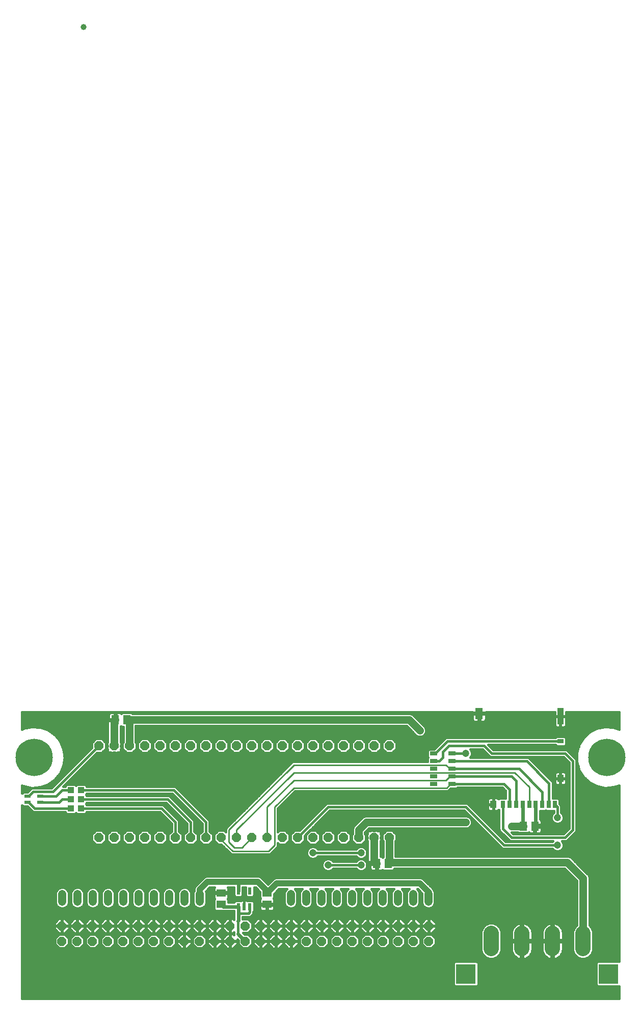
<source format=gtl>
G75*
%MOIN*%
%OFA0B0*%
%FSLAX25Y25*%
%IPPOS*%
%LPD*%
%AMOC8*
5,1,8,0,0,1.08239X$1,22.5*
%
%ADD10C,0.10000*%
%ADD11R,0.13055X0.13055*%
%ADD12OC8,0.05937*%
%ADD13R,0.03937X0.05118*%
%ADD14R,0.02756X0.05118*%
%ADD15R,0.03937X0.03150*%
%ADD16R,0.03937X0.11024*%
%ADD17R,0.05118X0.07480*%
%ADD18R,0.05000X0.02500*%
%ADD19R,0.02362X0.04724*%
%ADD20R,0.05906X0.05118*%
%ADD21C,0.05200*%
%ADD22R,0.05118X0.05906*%
%ADD23R,0.03937X0.02362*%
%ADD24R,0.04331X0.03937*%
%ADD25C,0.03962*%
%ADD26C,0.24409*%
%ADD27C,0.05000*%
%ADD28C,0.04750*%
%ADD29C,0.03200*%
%ADD30C,0.02400*%
%ADD31C,0.01600*%
%ADD32C,0.04000*%
%ADD33C,0.01000*%
D10*
X0319440Y0042323D02*
X0319440Y0052323D01*
X0339440Y0052323D02*
X0339440Y0042323D01*
X0359440Y0042323D02*
X0359440Y0052323D01*
X0379440Y0052323D02*
X0379440Y0042323D01*
D11*
X0396094Y0025866D03*
X0302787Y0025866D03*
D12*
X0278495Y0047205D03*
X0278495Y0057205D03*
X0268495Y0057205D03*
X0268495Y0047205D03*
X0258495Y0047205D03*
X0258495Y0057205D03*
X0248495Y0057205D03*
X0248495Y0047205D03*
X0238495Y0047205D03*
X0238495Y0057205D03*
X0228495Y0057205D03*
X0228495Y0047205D03*
X0218495Y0047205D03*
X0218495Y0057205D03*
X0208495Y0057205D03*
X0208495Y0047205D03*
X0198495Y0047205D03*
X0198495Y0057205D03*
X0188495Y0057205D03*
X0188495Y0047205D03*
X0178495Y0047205D03*
X0178495Y0057205D03*
X0168495Y0057205D03*
X0168495Y0047205D03*
X0158495Y0047205D03*
X0158495Y0057205D03*
X0148495Y0057205D03*
X0148495Y0047205D03*
X0138495Y0047205D03*
X0138495Y0057205D03*
X0128495Y0057205D03*
X0128495Y0047205D03*
X0118495Y0047205D03*
X0118495Y0057205D03*
X0108495Y0057205D03*
X0108495Y0047205D03*
X0098495Y0047205D03*
X0098495Y0057205D03*
X0088495Y0057205D03*
X0088495Y0047205D03*
X0078495Y0047205D03*
X0078495Y0057205D03*
X0068495Y0057205D03*
X0068495Y0047205D03*
X0058495Y0047205D03*
X0058495Y0057205D03*
X0048495Y0057205D03*
X0048495Y0047205D03*
X0038495Y0047205D03*
X0038495Y0057205D03*
X0062708Y0115000D03*
X0072708Y0115000D03*
X0082708Y0115000D03*
X0092708Y0115000D03*
X0102708Y0115000D03*
X0112708Y0115000D03*
X0122708Y0115000D03*
X0132708Y0115000D03*
X0142708Y0115000D03*
X0152708Y0115000D03*
X0162708Y0115000D03*
X0172708Y0115000D03*
X0182708Y0115000D03*
X0192708Y0115000D03*
X0202708Y0115000D03*
X0212708Y0115000D03*
X0222708Y0115000D03*
X0232708Y0115000D03*
X0242708Y0115000D03*
X0252708Y0115000D03*
X0252708Y0175000D03*
X0242708Y0175000D03*
X0232708Y0175000D03*
X0222708Y0175000D03*
X0212708Y0175000D03*
X0202708Y0175000D03*
X0192708Y0175000D03*
X0182708Y0175000D03*
X0172708Y0175000D03*
X0162708Y0175000D03*
X0152708Y0175000D03*
X0142708Y0175000D03*
X0132708Y0175000D03*
X0122708Y0175000D03*
X0112708Y0175000D03*
X0102708Y0175000D03*
X0092708Y0175000D03*
X0082708Y0175000D03*
X0072708Y0175000D03*
X0062708Y0175000D03*
D13*
X0320779Y0136654D03*
X0364677Y0153583D03*
D14*
X0360936Y0136654D03*
X0357196Y0136654D03*
X0352866Y0136654D03*
X0348535Y0136654D03*
X0344204Y0136654D03*
X0339873Y0136654D03*
X0335543Y0136654D03*
X0331212Y0136654D03*
X0326881Y0136654D03*
D15*
X0364677Y0177992D03*
D16*
X0364677Y0194331D03*
D17*
X0311527Y0196102D03*
D18*
X0293708Y0170000D03*
X0293708Y0165000D03*
X0293708Y0160000D03*
X0293708Y0155000D03*
X0293708Y0150000D03*
X0281708Y0150000D03*
X0281708Y0155000D03*
X0281708Y0160000D03*
X0281708Y0165000D03*
X0281708Y0170000D03*
D19*
X0161448Y0080142D03*
X0153968Y0080142D03*
X0153968Y0069858D03*
X0157708Y0069858D03*
X0161448Y0069858D03*
D20*
X0172708Y0071260D03*
X0172708Y0078740D03*
X0142708Y0078740D03*
X0142708Y0071260D03*
D21*
X0128708Y0072900D02*
X0128708Y0078100D01*
X0118708Y0078100D02*
X0118708Y0072900D01*
X0108708Y0072900D02*
X0108708Y0078100D01*
X0098708Y0078100D02*
X0098708Y0072900D01*
X0088708Y0072900D02*
X0088708Y0078100D01*
X0078708Y0078100D02*
X0078708Y0072900D01*
X0068708Y0072900D02*
X0068708Y0078100D01*
X0058708Y0078100D02*
X0058708Y0072900D01*
X0048708Y0072900D02*
X0048708Y0078100D01*
X0038708Y0078100D02*
X0038708Y0072900D01*
X0188299Y0072900D02*
X0188299Y0078100D01*
X0198299Y0078100D02*
X0198299Y0072900D01*
X0208299Y0072900D02*
X0208299Y0078100D01*
X0218299Y0078100D02*
X0218299Y0072900D01*
X0228299Y0072900D02*
X0228299Y0078100D01*
X0238299Y0078100D02*
X0238299Y0072900D01*
X0248299Y0072900D02*
X0248299Y0078100D01*
X0258299Y0078100D02*
X0258299Y0072900D01*
X0268299Y0072900D02*
X0268299Y0078100D01*
X0278299Y0078100D02*
X0278299Y0072900D01*
D22*
X0251948Y0098000D03*
X0244468Y0098000D03*
X0340468Y0122500D03*
X0347948Y0122500D03*
X0080948Y0192000D03*
X0073468Y0192000D03*
D23*
X0024507Y0141953D03*
X0024507Y0138047D03*
X0015909Y0138047D03*
X0015909Y0141953D03*
D24*
X0044362Y0140000D03*
X0044362Y0134000D03*
X0051055Y0134000D03*
X0051055Y0140000D03*
X0051055Y0146000D03*
X0044362Y0146000D03*
D25*
X0052708Y0645000D03*
D26*
X0020228Y0167520D03*
X0395188Y0167520D03*
D27*
X0368948Y0098760D02*
X0379440Y0088268D01*
X0379440Y0047323D01*
X0368948Y0098760D02*
X0272708Y0098760D01*
X0252708Y0098760D01*
X0251948Y0098000D01*
X0252708Y0098760D02*
X0252708Y0115000D01*
X0242708Y0115000D02*
X0242708Y0099760D01*
X0244468Y0098000D01*
X0232708Y0115000D02*
X0232708Y0120000D01*
X0237708Y0125000D01*
X0302708Y0125000D01*
X0332708Y0122500D02*
X0340468Y0122500D01*
X0272708Y0185000D02*
X0265708Y0192000D01*
X0080948Y0192000D01*
X0082708Y0190240D01*
X0082708Y0175000D01*
X0072708Y0175000D02*
X0072708Y0191240D01*
X0073468Y0192000D01*
D28*
X0202708Y0105000D03*
X0212708Y0097000D03*
X0234208Y0097000D03*
X0234208Y0105000D03*
X0272708Y0098760D03*
X0302708Y0125000D03*
X0302708Y0170000D03*
X0272708Y0185000D03*
X0332708Y0122500D03*
X0355708Y0122500D03*
X0362708Y0128000D03*
X0362708Y0110000D03*
D29*
X0355708Y0122500D02*
X0347948Y0122500D01*
D30*
X0348535Y0123087D01*
X0348535Y0136654D01*
X0339873Y0136654D02*
X0339873Y0123094D01*
X0340468Y0122500D01*
X0158495Y0047213D02*
X0153708Y0052000D01*
X0158495Y0047213D02*
X0158495Y0047205D01*
X0153708Y0060500D02*
X0153968Y0060760D01*
X0153968Y0065000D01*
X0153968Y0069858D01*
X0144110Y0069858D01*
X0153968Y0080142D02*
X0153968Y0084740D01*
X0152708Y0086000D01*
D31*
X0012508Y0136036D02*
X0012508Y0009800D01*
X0402908Y0009800D01*
X0402908Y0017739D01*
X0388904Y0017739D01*
X0387966Y0018676D01*
X0387966Y0033056D01*
X0388904Y0033994D01*
X0402908Y0033994D01*
X0402908Y0149192D01*
X0399303Y0147911D01*
X0399303Y0147911D01*
X0393861Y0147539D01*
X0393861Y0147539D01*
X0388521Y0148648D01*
X0388521Y0148648D01*
X0383678Y0151158D01*
X0379692Y0154880D01*
X0379692Y0154880D01*
X0376858Y0159541D01*
X0375387Y0164793D01*
X0375387Y0170247D01*
X0376858Y0175499D01*
X0376858Y0175499D01*
X0379692Y0180159D01*
X0379692Y0180159D01*
X0383678Y0183882D01*
X0383678Y0183882D01*
X0388521Y0186391D01*
X0388521Y0186391D01*
X0393861Y0187501D01*
X0393861Y0187501D01*
X0399303Y0187129D01*
X0399303Y0187129D01*
X0402908Y0185847D01*
X0402908Y0197050D01*
X0368445Y0197050D01*
X0368445Y0194515D01*
X0364861Y0194515D01*
X0364861Y0194146D01*
X0364861Y0187019D01*
X0366882Y0187019D01*
X0367340Y0187142D01*
X0367750Y0187379D01*
X0368085Y0187714D01*
X0368322Y0188124D01*
X0368445Y0188582D01*
X0368445Y0194146D01*
X0364861Y0194146D01*
X0364492Y0194146D01*
X0364492Y0187019D01*
X0362471Y0187019D01*
X0362013Y0187142D01*
X0361603Y0187379D01*
X0361268Y0187714D01*
X0361031Y0188124D01*
X0360908Y0188582D01*
X0360908Y0194146D01*
X0364492Y0194146D01*
X0364492Y0194515D01*
X0360908Y0194515D01*
X0360908Y0197050D01*
X0315886Y0197050D01*
X0315886Y0196582D01*
X0312007Y0196582D01*
X0312007Y0195623D01*
X0315886Y0195623D01*
X0315886Y0192125D01*
X0315763Y0191667D01*
X0315526Y0191257D01*
X0315191Y0190922D01*
X0314781Y0190685D01*
X0314323Y0190562D01*
X0312006Y0190562D01*
X0312006Y0195623D01*
X0311047Y0195623D01*
X0307168Y0195623D01*
X0307168Y0192125D01*
X0307291Y0191667D01*
X0307528Y0191257D01*
X0307863Y0190922D01*
X0308273Y0190685D01*
X0308731Y0190562D01*
X0311047Y0190562D01*
X0311047Y0195623D01*
X0311047Y0196582D01*
X0307168Y0196582D01*
X0307168Y0197050D01*
X0012508Y0197050D01*
X0012508Y0185866D01*
X0013521Y0186391D01*
X0013521Y0186391D01*
X0018861Y0187501D01*
X0018861Y0187501D01*
X0024303Y0187129D01*
X0024303Y0187129D01*
X0029442Y0185302D01*
X0029442Y0185302D01*
X0033898Y0182157D01*
X0033898Y0182157D01*
X0033898Y0182157D01*
X0037340Y0177926D01*
X0037340Y0177926D01*
X0039513Y0172923D01*
X0039513Y0172923D01*
X0040255Y0167520D01*
X0039513Y0162116D01*
X0039513Y0162116D01*
X0037340Y0157114D01*
X0037340Y0157114D01*
X0033898Y0152883D01*
X0033898Y0152883D01*
X0033898Y0152883D01*
X0029442Y0149737D01*
X0029442Y0149737D01*
X0024303Y0147911D01*
X0024303Y0147911D01*
X0018861Y0147539D01*
X0018861Y0147539D01*
X0013521Y0148648D01*
X0013521Y0148648D01*
X0012508Y0149173D01*
X0012508Y0143964D01*
X0013278Y0144734D01*
X0016048Y0144734D01*
X0017673Y0146359D01*
X0018349Y0147035D01*
X0019231Y0147400D01*
X0031714Y0147400D01*
X0058140Y0173826D01*
X0058140Y0176892D01*
X0060816Y0179568D01*
X0064600Y0179568D01*
X0067277Y0176892D01*
X0067277Y0173108D01*
X0064600Y0170431D01*
X0061534Y0170431D01*
X0039502Y0148400D01*
X0040596Y0148400D01*
X0040596Y0148631D01*
X0041534Y0149568D01*
X0047190Y0149568D01*
X0047708Y0149050D01*
X0048226Y0149568D01*
X0053883Y0149568D01*
X0054820Y0148631D01*
X0054820Y0148400D01*
X0112185Y0148400D01*
X0113068Y0148035D01*
X0134068Y0127035D01*
X0134743Y0126359D01*
X0135108Y0125477D01*
X0135108Y0119061D01*
X0137277Y0116892D01*
X0137277Y0113108D01*
X0134600Y0110431D01*
X0130816Y0110431D01*
X0128140Y0113108D01*
X0128140Y0116892D01*
X0130308Y0119061D01*
X0130308Y0124006D01*
X0110714Y0143600D01*
X0054820Y0143600D01*
X0054820Y0143369D01*
X0054451Y0143000D01*
X0054820Y0142631D01*
X0054820Y0142400D01*
X0108185Y0142400D01*
X0109068Y0142035D01*
X0124068Y0127035D01*
X0124743Y0126359D01*
X0125108Y0125477D01*
X0125108Y0119061D01*
X0127277Y0116892D01*
X0127277Y0113108D01*
X0124600Y0110431D01*
X0120816Y0110431D01*
X0118140Y0113108D01*
X0118140Y0116892D01*
X0120308Y0119061D01*
X0120308Y0124006D01*
X0106714Y0137600D01*
X0054820Y0137600D01*
X0054820Y0137369D01*
X0054451Y0137000D01*
X0054820Y0136631D01*
X0054820Y0136400D01*
X0104185Y0136400D01*
X0105068Y0136035D01*
X0114068Y0127035D01*
X0114743Y0126359D01*
X0115108Y0125477D01*
X0115108Y0119061D01*
X0117277Y0116892D01*
X0117277Y0113108D01*
X0114600Y0110431D01*
X0110816Y0110431D01*
X0108140Y0113108D01*
X0108140Y0116892D01*
X0110308Y0119061D01*
X0110308Y0124006D01*
X0102714Y0131600D01*
X0054820Y0131600D01*
X0054820Y0131369D01*
X0053883Y0130431D01*
X0048226Y0130431D01*
X0047708Y0130950D01*
X0047190Y0130431D01*
X0041534Y0130431D01*
X0040596Y0131369D01*
X0040596Y0131600D01*
X0020231Y0131600D01*
X0019349Y0131965D01*
X0018673Y0132641D01*
X0016048Y0135266D01*
X0013278Y0135266D01*
X0012508Y0136036D01*
X0012508Y0134479D02*
X0016835Y0134479D01*
X0018433Y0132881D02*
X0012508Y0132881D01*
X0012508Y0131282D02*
X0040683Y0131282D01*
X0044362Y0134000D02*
X0020708Y0134000D01*
X0016661Y0138047D01*
X0015909Y0138047D01*
X0015909Y0141953D02*
X0016661Y0141953D01*
X0019708Y0145000D01*
X0032708Y0145000D01*
X0062708Y0175000D01*
X0067277Y0174442D02*
X0067940Y0174442D01*
X0067940Y0174816D02*
X0067940Y0173025D01*
X0068408Y0172556D01*
X0068408Y0171169D01*
X0068877Y0170700D01*
X0070264Y0170700D01*
X0070733Y0170231D01*
X0072524Y0170231D01*
X0072524Y0170700D01*
X0072892Y0170700D01*
X0072892Y0170231D01*
X0074683Y0170231D01*
X0075152Y0170700D01*
X0076539Y0170700D01*
X0077008Y0171169D01*
X0077008Y0172556D01*
X0077477Y0173025D01*
X0077477Y0174816D01*
X0077008Y0174816D01*
X0077008Y0175184D01*
X0077477Y0175184D01*
X0077477Y0176975D01*
X0077008Y0177444D01*
X0077008Y0187535D01*
X0077132Y0187607D01*
X0077349Y0187824D01*
X0077726Y0187447D01*
X0078608Y0187447D01*
X0078608Y0177361D01*
X0078140Y0176892D01*
X0078140Y0173108D01*
X0080816Y0170431D01*
X0084600Y0170431D01*
X0087277Y0173108D01*
X0087277Y0176892D01*
X0086808Y0177361D01*
X0086808Y0187900D01*
X0264010Y0187900D01*
X0270386Y0181524D01*
X0271893Y0180900D01*
X0273524Y0180900D01*
X0275031Y0181524D01*
X0276184Y0182678D01*
X0276808Y0184184D01*
X0276808Y0185816D01*
X0276184Y0187322D01*
X0268031Y0195476D01*
X0266524Y0196100D01*
X0084623Y0196100D01*
X0084170Y0196553D01*
X0077726Y0196553D01*
X0077349Y0196176D01*
X0077132Y0196393D01*
X0076722Y0196630D01*
X0076264Y0196753D01*
X0073947Y0196753D01*
X0073947Y0192480D01*
X0072988Y0192480D01*
X0072988Y0196753D01*
X0070672Y0196753D01*
X0070214Y0196630D01*
X0069804Y0196393D01*
X0069468Y0196058D01*
X0069232Y0195648D01*
X0069109Y0195190D01*
X0069109Y0192480D01*
X0072988Y0192480D01*
X0072988Y0191520D01*
X0069109Y0191520D01*
X0069109Y0191300D01*
X0068877Y0191300D01*
X0068408Y0190831D01*
X0068408Y0177444D01*
X0067940Y0176975D01*
X0067940Y0175184D01*
X0068408Y0175184D01*
X0068408Y0174816D01*
X0067940Y0174816D01*
X0067940Y0176041D02*
X0067277Y0176041D01*
X0066530Y0177639D02*
X0068408Y0177639D01*
X0068408Y0179238D02*
X0064931Y0179238D01*
X0068408Y0180836D02*
X0034972Y0180836D01*
X0036273Y0179238D02*
X0060485Y0179238D01*
X0058886Y0177639D02*
X0037464Y0177639D01*
X0038159Y0176041D02*
X0058140Y0176041D01*
X0058140Y0174442D02*
X0038853Y0174442D01*
X0039524Y0172844D02*
X0057158Y0172844D01*
X0055559Y0171245D02*
X0039743Y0171245D01*
X0039963Y0169647D02*
X0053961Y0169647D01*
X0052362Y0168048D02*
X0040183Y0168048D01*
X0040108Y0166450D02*
X0050764Y0166450D01*
X0049165Y0164851D02*
X0039889Y0164851D01*
X0039669Y0163253D02*
X0047567Y0163253D01*
X0045968Y0161654D02*
X0039312Y0161654D01*
X0038618Y0160056D02*
X0044370Y0160056D01*
X0042771Y0158457D02*
X0037923Y0158457D01*
X0037132Y0156859D02*
X0041173Y0156859D01*
X0039574Y0155260D02*
X0035832Y0155260D01*
X0034531Y0153662D02*
X0037976Y0153662D01*
X0036377Y0152063D02*
X0032737Y0152063D01*
X0034778Y0150465D02*
X0030472Y0150465D01*
X0033180Y0148866D02*
X0026990Y0148866D01*
X0024507Y0141953D02*
X0034661Y0141953D01*
X0038708Y0146000D01*
X0044362Y0146000D01*
X0040831Y0148866D02*
X0039968Y0148866D01*
X0041567Y0150465D02*
X0175203Y0150465D01*
X0176801Y0152063D02*
X0043165Y0152063D01*
X0044764Y0153662D02*
X0178400Y0153662D01*
X0179998Y0155260D02*
X0046362Y0155260D01*
X0047961Y0156859D02*
X0181597Y0156859D01*
X0183195Y0158457D02*
X0049559Y0158457D01*
X0051158Y0160056D02*
X0184794Y0160056D01*
X0186392Y0161654D02*
X0052756Y0161654D01*
X0054355Y0163253D02*
X0187991Y0163253D01*
X0189338Y0164600D02*
X0146838Y0122100D01*
X0145608Y0120870D01*
X0145608Y0118561D01*
X0144600Y0119568D01*
X0140816Y0119568D01*
X0138140Y0116892D01*
X0138140Y0113108D01*
X0140816Y0110431D01*
X0142807Y0110431D01*
X0149338Y0103900D01*
X0174578Y0103900D01*
X0175808Y0105130D01*
X0179808Y0109130D01*
X0179808Y0111439D01*
X0180816Y0110431D01*
X0184600Y0110431D01*
X0187277Y0113108D01*
X0187277Y0116892D01*
X0184600Y0119568D01*
X0180816Y0119568D01*
X0179808Y0118561D01*
X0179808Y0134130D01*
X0191078Y0145400D01*
X0291078Y0145400D01*
X0292308Y0146630D01*
X0292828Y0147150D01*
X0296871Y0147150D01*
X0297321Y0147600D01*
X0326714Y0147600D01*
X0328812Y0145502D01*
X0328812Y0140813D01*
X0324841Y0140813D01*
X0324246Y0140218D01*
X0324188Y0140318D01*
X0323853Y0140653D01*
X0323442Y0140890D01*
X0322984Y0141013D01*
X0320963Y0141013D01*
X0320963Y0136838D01*
X0320595Y0136838D01*
X0320595Y0141013D01*
X0318573Y0141013D01*
X0318116Y0140890D01*
X0317705Y0140653D01*
X0317370Y0140318D01*
X0317133Y0139907D01*
X0317010Y0139450D01*
X0317010Y0136838D01*
X0320595Y0136838D01*
X0320595Y0136469D01*
X0320963Y0136469D01*
X0320963Y0132294D01*
X0322984Y0132294D01*
X0323442Y0132417D01*
X0323853Y0132654D01*
X0324188Y0132989D01*
X0324246Y0133089D01*
X0324481Y0132854D01*
X0324481Y0120349D01*
X0324847Y0119467D01*
X0330673Y0113641D01*
X0331349Y0112965D01*
X0332231Y0112600D01*
X0359687Y0112600D01*
X0359487Y0112400D01*
X0328702Y0112400D01*
X0304068Y0137035D01*
X0303185Y0137400D01*
X0212231Y0137400D01*
X0211349Y0137035D01*
X0210673Y0136359D01*
X0193882Y0119568D01*
X0190816Y0119568D01*
X0188140Y0116892D01*
X0188140Y0113108D01*
X0190816Y0110431D01*
X0194600Y0110431D01*
X0197277Y0113108D01*
X0197277Y0116174D01*
X0213702Y0132600D01*
X0301714Y0132600D01*
X0325673Y0108641D01*
X0326349Y0107965D01*
X0327231Y0107600D01*
X0359487Y0107600D01*
X0360457Y0106630D01*
X0361917Y0106025D01*
X0363499Y0106025D01*
X0364960Y0106630D01*
X0366078Y0107748D01*
X0366683Y0109209D01*
X0366683Y0110791D01*
X0366078Y0112252D01*
X0365729Y0112600D01*
X0368185Y0112600D01*
X0369068Y0112965D01*
X0374068Y0117965D01*
X0374743Y0118641D01*
X0375108Y0119523D01*
X0375108Y0165477D01*
X0374743Y0166359D01*
X0369743Y0171359D01*
X0369068Y0172035D01*
X0368185Y0172400D01*
X0320702Y0172400D01*
X0317510Y0175592D01*
X0361271Y0175592D01*
X0362045Y0174817D01*
X0367308Y0174817D01*
X0368245Y0175755D01*
X0368245Y0180230D01*
X0367308Y0181167D01*
X0362045Y0181167D01*
X0361271Y0180392D01*
X0290223Y0180392D01*
X0289341Y0180027D01*
X0288666Y0179352D01*
X0288666Y0179352D01*
X0282164Y0172850D01*
X0278545Y0172850D01*
X0277608Y0171913D01*
X0277608Y0168087D01*
X0278195Y0167500D01*
X0277608Y0166913D01*
X0277608Y0164600D01*
X0189338Y0164600D01*
X0190816Y0170431D02*
X0194600Y0170431D01*
X0197277Y0173108D01*
X0197277Y0176892D01*
X0194600Y0179568D01*
X0190816Y0179568D01*
X0188140Y0176892D01*
X0188140Y0173108D01*
X0190816Y0170431D01*
X0190002Y0171245D02*
X0185414Y0171245D01*
X0184600Y0170431D02*
X0187277Y0173108D01*
X0187277Y0176892D01*
X0184600Y0179568D01*
X0180816Y0179568D01*
X0178140Y0176892D01*
X0178140Y0173108D01*
X0180816Y0170431D01*
X0184600Y0170431D01*
X0187013Y0172844D02*
X0188404Y0172844D01*
X0188140Y0174442D02*
X0187277Y0174442D01*
X0187277Y0176041D02*
X0188140Y0176041D01*
X0188886Y0177639D02*
X0186530Y0177639D01*
X0184931Y0179238D02*
X0190485Y0179238D01*
X0194931Y0179238D02*
X0200485Y0179238D01*
X0200816Y0179568D02*
X0198140Y0176892D01*
X0198140Y0173108D01*
X0200816Y0170431D01*
X0204600Y0170431D01*
X0207277Y0173108D01*
X0207277Y0176892D01*
X0204600Y0179568D01*
X0200816Y0179568D01*
X0198886Y0177639D02*
X0196530Y0177639D01*
X0197277Y0176041D02*
X0198140Y0176041D01*
X0198140Y0174442D02*
X0197277Y0174442D01*
X0197013Y0172844D02*
X0198404Y0172844D01*
X0200002Y0171245D02*
X0195414Y0171245D01*
X0205414Y0171245D02*
X0210002Y0171245D01*
X0210816Y0170431D02*
X0214600Y0170431D01*
X0217277Y0173108D01*
X0217277Y0176892D01*
X0214600Y0179568D01*
X0210816Y0179568D01*
X0208140Y0176892D01*
X0208140Y0173108D01*
X0210816Y0170431D01*
X0208404Y0172844D02*
X0207013Y0172844D01*
X0207277Y0174442D02*
X0208140Y0174442D01*
X0208140Y0176041D02*
X0207277Y0176041D01*
X0206530Y0177639D02*
X0208886Y0177639D01*
X0210485Y0179238D02*
X0204931Y0179238D01*
X0214931Y0179238D02*
X0220485Y0179238D01*
X0220816Y0179568D02*
X0218140Y0176892D01*
X0218140Y0173108D01*
X0220816Y0170431D01*
X0224600Y0170431D01*
X0227277Y0173108D01*
X0227277Y0176892D01*
X0224600Y0179568D01*
X0220816Y0179568D01*
X0218886Y0177639D02*
X0216530Y0177639D01*
X0217277Y0176041D02*
X0218140Y0176041D01*
X0218140Y0174442D02*
X0217277Y0174442D01*
X0217013Y0172844D02*
X0218404Y0172844D01*
X0220002Y0171245D02*
X0215414Y0171245D01*
X0225414Y0171245D02*
X0230002Y0171245D01*
X0230816Y0170431D02*
X0234600Y0170431D01*
X0237277Y0173108D01*
X0237277Y0176892D01*
X0234600Y0179568D01*
X0230816Y0179568D01*
X0228140Y0176892D01*
X0228140Y0173108D01*
X0230816Y0170431D01*
X0228404Y0172844D02*
X0227013Y0172844D01*
X0227277Y0174442D02*
X0228140Y0174442D01*
X0228140Y0176041D02*
X0227277Y0176041D01*
X0226530Y0177639D02*
X0228886Y0177639D01*
X0230485Y0179238D02*
X0224931Y0179238D01*
X0234931Y0179238D02*
X0240485Y0179238D01*
X0240816Y0179568D02*
X0238140Y0176892D01*
X0238140Y0173108D01*
X0240816Y0170431D01*
X0244600Y0170431D01*
X0247277Y0173108D01*
X0247277Y0176892D01*
X0244600Y0179568D01*
X0240816Y0179568D01*
X0238886Y0177639D02*
X0236530Y0177639D01*
X0237277Y0176041D02*
X0238140Y0176041D01*
X0238140Y0174442D02*
X0237277Y0174442D01*
X0237013Y0172844D02*
X0238404Y0172844D01*
X0240002Y0171245D02*
X0235414Y0171245D01*
X0244931Y0179238D02*
X0250485Y0179238D01*
X0250816Y0179568D02*
X0248140Y0176892D01*
X0248140Y0173108D01*
X0250816Y0170431D01*
X0254600Y0170431D01*
X0257277Y0173108D01*
X0257277Y0176892D01*
X0254600Y0179568D01*
X0250816Y0179568D01*
X0248886Y0177639D02*
X0246530Y0177639D01*
X0247277Y0176041D02*
X0248140Y0176041D01*
X0248140Y0174442D02*
X0247277Y0174442D01*
X0247013Y0172844D02*
X0248404Y0172844D01*
X0250002Y0171245D02*
X0245414Y0171245D01*
X0255414Y0171245D02*
X0277608Y0171245D01*
X0277608Y0169647D02*
X0060749Y0169647D01*
X0059150Y0168048D02*
X0277647Y0168048D01*
X0277608Y0166450D02*
X0057552Y0166450D01*
X0055953Y0164851D02*
X0277608Y0164851D01*
X0281708Y0165000D02*
X0285208Y0165000D01*
X0287708Y0167500D01*
X0287708Y0171000D01*
X0291708Y0175000D01*
X0314708Y0175000D01*
X0319708Y0170000D01*
X0367708Y0170000D01*
X0372708Y0165000D01*
X0372708Y0120000D01*
X0367708Y0115000D01*
X0332708Y0115000D01*
X0326881Y0120827D01*
X0326881Y0136654D01*
X0331212Y0136654D02*
X0331212Y0146496D01*
X0327708Y0150000D01*
X0293708Y0150000D01*
X0296988Y0147268D02*
X0327046Y0147268D01*
X0328645Y0145669D02*
X0291347Y0145669D01*
X0293708Y0155000D02*
X0332708Y0155000D01*
X0335543Y0152165D01*
X0335543Y0136654D01*
X0328812Y0140873D02*
X0323471Y0140873D01*
X0320963Y0140873D02*
X0320595Y0140873D01*
X0320595Y0139275D02*
X0320963Y0139275D01*
X0320963Y0137676D02*
X0320595Y0137676D01*
X0320595Y0136469D02*
X0317010Y0136469D01*
X0317010Y0133858D01*
X0317133Y0133400D01*
X0317370Y0132989D01*
X0317705Y0132654D01*
X0318116Y0132417D01*
X0318573Y0132294D01*
X0320595Y0132294D01*
X0320595Y0136469D01*
X0320595Y0136078D02*
X0320963Y0136078D01*
X0320963Y0134479D02*
X0320595Y0134479D01*
X0320595Y0132881D02*
X0320963Y0132881D01*
X0324079Y0132881D02*
X0324454Y0132881D01*
X0324481Y0131282D02*
X0309820Y0131282D01*
X0311418Y0129684D02*
X0324481Y0129684D01*
X0324481Y0128085D02*
X0313017Y0128085D01*
X0314615Y0126487D02*
X0324481Y0126487D01*
X0324481Y0124888D02*
X0316214Y0124888D01*
X0317812Y0123290D02*
X0324481Y0123290D01*
X0324481Y0121691D02*
X0319411Y0121691D01*
X0321009Y0120093D02*
X0324588Y0120093D01*
X0325820Y0118494D02*
X0322608Y0118494D01*
X0324206Y0116896D02*
X0327418Y0116896D01*
X0329017Y0115297D02*
X0325805Y0115297D01*
X0327403Y0113699D02*
X0330615Y0113699D01*
X0327708Y0110000D02*
X0362708Y0110000D01*
X0359782Y0107305D02*
X0256808Y0107305D01*
X0256808Y0108903D02*
X0325411Y0108903D01*
X0323812Y0110502D02*
X0256808Y0110502D01*
X0256808Y0112100D02*
X0322214Y0112100D01*
X0320615Y0113699D02*
X0257277Y0113699D01*
X0257277Y0113108D02*
X0257277Y0116892D01*
X0254600Y0119568D01*
X0250816Y0119568D01*
X0248140Y0116892D01*
X0248140Y0113108D01*
X0248608Y0112639D01*
X0248608Y0102434D01*
X0248349Y0102176D01*
X0248132Y0102393D01*
X0247722Y0102630D01*
X0247264Y0102753D01*
X0247008Y0102753D01*
X0247008Y0112556D01*
X0247477Y0113025D01*
X0247477Y0114816D01*
X0247008Y0114816D01*
X0247008Y0115184D01*
X0247477Y0115184D01*
X0247477Y0116975D01*
X0247008Y0117444D01*
X0247008Y0118831D01*
X0246539Y0119300D01*
X0245152Y0119300D01*
X0244683Y0119768D01*
X0242892Y0119768D01*
X0242892Y0119300D01*
X0242524Y0119300D01*
X0242524Y0119768D01*
X0240733Y0119768D01*
X0240264Y0119300D01*
X0238877Y0119300D01*
X0238408Y0118831D01*
X0238408Y0117444D01*
X0237940Y0116975D01*
X0237940Y0115184D01*
X0238408Y0115184D01*
X0238408Y0114816D01*
X0237940Y0114816D01*
X0237940Y0113025D01*
X0238408Y0112556D01*
X0238408Y0099669D01*
X0238877Y0099200D01*
X0240109Y0099200D01*
X0240109Y0098480D01*
X0243988Y0098480D01*
X0243988Y0097520D01*
X0244947Y0097520D01*
X0244947Y0093247D01*
X0247264Y0093247D01*
X0247722Y0093370D01*
X0248132Y0093607D01*
X0248349Y0093824D01*
X0248726Y0093447D01*
X0255170Y0093447D01*
X0256107Y0094384D01*
X0256107Y0094660D01*
X0367250Y0094660D01*
X0375340Y0086569D01*
X0375340Y0057557D01*
X0373845Y0056061D01*
X0372840Y0053636D01*
X0372840Y0041010D01*
X0373845Y0038584D01*
X0375702Y0036728D01*
X0378128Y0035723D01*
X0380753Y0035723D01*
X0383179Y0036728D01*
X0385036Y0038584D01*
X0386040Y0041010D01*
X0386040Y0053636D01*
X0385036Y0056061D01*
X0383540Y0057557D01*
X0383540Y0089083D01*
X0382916Y0090590D01*
X0381763Y0091744D01*
X0371271Y0102236D01*
X0369764Y0102860D01*
X0256808Y0102860D01*
X0256808Y0112639D01*
X0257277Y0113108D01*
X0257277Y0115297D02*
X0319017Y0115297D01*
X0317418Y0116896D02*
X0257273Y0116896D01*
X0255675Y0118494D02*
X0315820Y0118494D01*
X0314221Y0120093D02*
X0238599Y0120093D01*
X0239406Y0120900D02*
X0303524Y0120900D01*
X0305031Y0121524D01*
X0306184Y0122678D01*
X0306808Y0124184D01*
X0306808Y0125816D01*
X0306184Y0127322D01*
X0305031Y0128476D01*
X0303524Y0129100D01*
X0236893Y0129100D01*
X0235386Y0128476D01*
X0234232Y0127322D01*
X0229232Y0122322D01*
X0228608Y0120816D01*
X0228608Y0117361D01*
X0228140Y0116892D01*
X0228140Y0113108D01*
X0230816Y0110431D01*
X0234600Y0110431D01*
X0237277Y0113108D01*
X0237277Y0116892D01*
X0236808Y0117361D01*
X0236808Y0118302D01*
X0239406Y0120900D01*
X0238408Y0118494D02*
X0237001Y0118494D01*
X0237273Y0116896D02*
X0237940Y0116896D01*
X0237940Y0115297D02*
X0237277Y0115297D01*
X0237277Y0113699D02*
X0237940Y0113699D01*
X0238408Y0112100D02*
X0236269Y0112100D01*
X0234671Y0110502D02*
X0238408Y0110502D01*
X0238408Y0108903D02*
X0235171Y0108903D01*
X0234999Y0108975D02*
X0233417Y0108975D01*
X0231957Y0108370D01*
X0230987Y0107400D01*
X0205929Y0107400D01*
X0204960Y0108370D01*
X0203499Y0108975D01*
X0201917Y0108975D01*
X0200457Y0108370D01*
X0199338Y0107252D01*
X0198733Y0105791D01*
X0198733Y0104209D01*
X0199338Y0102748D01*
X0200457Y0101630D01*
X0201917Y0101025D01*
X0203499Y0101025D01*
X0204960Y0101630D01*
X0205929Y0102600D01*
X0230987Y0102600D01*
X0231957Y0101630D01*
X0233417Y0101025D01*
X0234999Y0101025D01*
X0236460Y0101630D01*
X0237578Y0102748D01*
X0238183Y0104209D01*
X0238183Y0105791D01*
X0237578Y0107252D01*
X0236460Y0108370D01*
X0234999Y0108975D01*
X0233245Y0108903D02*
X0203671Y0108903D01*
X0204600Y0110431D02*
X0207277Y0113108D01*
X0207277Y0116892D01*
X0204600Y0119568D01*
X0200816Y0119568D01*
X0198140Y0116892D01*
X0198140Y0113108D01*
X0200816Y0110431D01*
X0204600Y0110431D01*
X0204671Y0110502D02*
X0210745Y0110502D01*
X0210816Y0110431D02*
X0214600Y0110431D01*
X0217277Y0113108D01*
X0217277Y0116892D01*
X0214600Y0119568D01*
X0210816Y0119568D01*
X0208140Y0116892D01*
X0208140Y0113108D01*
X0210816Y0110431D01*
X0209147Y0112100D02*
X0206269Y0112100D01*
X0207277Y0113699D02*
X0208140Y0113699D01*
X0208140Y0115297D02*
X0207277Y0115297D01*
X0207273Y0116896D02*
X0208143Y0116896D01*
X0209742Y0118494D02*
X0205675Y0118494D01*
X0202794Y0121691D02*
X0228971Y0121691D01*
X0228608Y0120093D02*
X0201195Y0120093D01*
X0199742Y0118494D02*
X0199596Y0118494D01*
X0198143Y0116896D02*
X0197998Y0116896D01*
X0198140Y0115297D02*
X0197277Y0115297D01*
X0197277Y0113699D02*
X0198140Y0113699D01*
X0199147Y0112100D02*
X0196269Y0112100D01*
X0194671Y0110502D02*
X0200745Y0110502D01*
X0201745Y0108903D02*
X0179581Y0108903D01*
X0179808Y0110502D02*
X0180745Y0110502D01*
X0184671Y0110502D02*
X0190745Y0110502D01*
X0189147Y0112100D02*
X0186269Y0112100D01*
X0187277Y0113699D02*
X0188140Y0113699D01*
X0188140Y0115297D02*
X0187277Y0115297D01*
X0187273Y0116896D02*
X0188143Y0116896D01*
X0189742Y0118494D02*
X0185675Y0118494D01*
X0179808Y0120093D02*
X0194407Y0120093D01*
X0196005Y0121691D02*
X0179808Y0121691D01*
X0179808Y0123290D02*
X0197604Y0123290D01*
X0199202Y0124888D02*
X0179808Y0124888D01*
X0179808Y0126487D02*
X0200801Y0126487D01*
X0202399Y0128085D02*
X0179808Y0128085D01*
X0179808Y0129684D02*
X0203998Y0129684D01*
X0205596Y0131282D02*
X0179808Y0131282D01*
X0179808Y0132881D02*
X0207195Y0132881D01*
X0208793Y0134479D02*
X0180157Y0134479D01*
X0181756Y0136078D02*
X0210392Y0136078D01*
X0212708Y0135000D02*
X0302708Y0135000D01*
X0327708Y0110000D01*
X0333702Y0117400D02*
X0332702Y0118400D01*
X0336793Y0118400D01*
X0337246Y0117947D01*
X0343690Y0117947D01*
X0344067Y0118324D01*
X0344284Y0118107D01*
X0344694Y0117870D01*
X0345152Y0117747D01*
X0347469Y0117747D01*
X0347469Y0122020D01*
X0348428Y0122020D01*
X0348428Y0117747D01*
X0350744Y0117747D01*
X0351202Y0117870D01*
X0351612Y0118107D01*
X0351948Y0118442D01*
X0352185Y0118852D01*
X0352307Y0119310D01*
X0352307Y0122020D01*
X0348428Y0122020D01*
X0348428Y0122980D01*
X0352307Y0122980D01*
X0352307Y0125690D01*
X0352185Y0126148D01*
X0351948Y0126558D01*
X0351612Y0126893D01*
X0351508Y0126953D01*
X0351508Y0132494D01*
X0354906Y0132494D01*
X0355031Y0132619D01*
X0355156Y0132494D01*
X0360308Y0132494D01*
X0360308Y0131221D01*
X0359338Y0130252D01*
X0358733Y0128791D01*
X0358733Y0127209D01*
X0359338Y0125748D01*
X0360457Y0124630D01*
X0361917Y0124025D01*
X0363499Y0124025D01*
X0364960Y0124630D01*
X0366078Y0125748D01*
X0366683Y0127209D01*
X0366683Y0128791D01*
X0366078Y0130252D01*
X0365108Y0131221D01*
X0365108Y0135359D01*
X0364743Y0136241D01*
X0363914Y0137070D01*
X0363914Y0139875D01*
X0362977Y0140813D01*
X0359596Y0140813D01*
X0359596Y0150989D01*
X0359231Y0151871D01*
X0344743Y0166359D01*
X0344068Y0167035D01*
X0343185Y0167400D01*
X0305729Y0167400D01*
X0306078Y0167748D01*
X0306683Y0169209D01*
X0306683Y0170791D01*
X0306078Y0172252D01*
X0305729Y0172600D01*
X0313714Y0172600D01*
X0318349Y0167965D01*
X0319231Y0167600D01*
X0366714Y0167600D01*
X0370308Y0164006D01*
X0370308Y0120994D01*
X0366714Y0117400D01*
X0333702Y0117400D01*
X0347469Y0118494D02*
X0348428Y0118494D01*
X0348428Y0120093D02*
X0347469Y0120093D01*
X0347469Y0121691D02*
X0348428Y0121691D01*
X0352307Y0121691D02*
X0370308Y0121691D01*
X0370308Y0123290D02*
X0352307Y0123290D01*
X0352307Y0124888D02*
X0360198Y0124888D01*
X0359033Y0126487D02*
X0351989Y0126487D01*
X0351508Y0128085D02*
X0358733Y0128085D01*
X0359103Y0129684D02*
X0351508Y0129684D01*
X0351508Y0131282D02*
X0360308Y0131282D01*
X0362708Y0128000D02*
X0362708Y0134882D01*
X0360936Y0136654D01*
X0363914Y0137676D02*
X0370308Y0137676D01*
X0370308Y0136078D02*
X0364810Y0136078D01*
X0365108Y0134479D02*
X0370308Y0134479D01*
X0370308Y0132881D02*
X0365108Y0132881D01*
X0365108Y0131282D02*
X0370308Y0131282D01*
X0370308Y0129684D02*
X0366313Y0129684D01*
X0366683Y0128085D02*
X0370308Y0128085D01*
X0370308Y0126487D02*
X0366384Y0126487D01*
X0365218Y0124888D02*
X0370308Y0124888D01*
X0375108Y0124888D02*
X0402908Y0124888D01*
X0402908Y0123290D02*
X0375108Y0123290D01*
X0375108Y0121691D02*
X0402908Y0121691D01*
X0402908Y0120093D02*
X0375108Y0120093D01*
X0374596Y0118494D02*
X0402908Y0118494D01*
X0402908Y0116896D02*
X0372998Y0116896D01*
X0371399Y0115297D02*
X0402908Y0115297D01*
X0402908Y0113699D02*
X0369801Y0113699D01*
X0366140Y0112100D02*
X0402908Y0112100D01*
X0402908Y0110502D02*
X0366683Y0110502D01*
X0366556Y0108903D02*
X0402908Y0108903D01*
X0402908Y0107305D02*
X0365634Y0107305D01*
X0370610Y0102509D02*
X0402908Y0102509D01*
X0402908Y0100911D02*
X0372596Y0100911D01*
X0374194Y0099312D02*
X0402908Y0099312D01*
X0402908Y0097714D02*
X0375793Y0097714D01*
X0377391Y0096115D02*
X0402908Y0096115D01*
X0402908Y0094517D02*
X0378990Y0094517D01*
X0380588Y0092918D02*
X0402908Y0092918D01*
X0402908Y0091320D02*
X0382187Y0091320D01*
X0383276Y0089721D02*
X0402908Y0089721D01*
X0402908Y0088123D02*
X0383540Y0088123D01*
X0383540Y0086524D02*
X0402908Y0086524D01*
X0402908Y0084926D02*
X0383540Y0084926D01*
X0383540Y0083327D02*
X0402908Y0083327D01*
X0402908Y0081729D02*
X0383540Y0081729D01*
X0383540Y0080130D02*
X0402908Y0080130D01*
X0402908Y0078532D02*
X0383540Y0078532D01*
X0383540Y0076933D02*
X0402908Y0076933D01*
X0402908Y0075334D02*
X0383540Y0075334D01*
X0383540Y0073736D02*
X0402908Y0073736D01*
X0402908Y0072137D02*
X0383540Y0072137D01*
X0383540Y0070539D02*
X0402908Y0070539D01*
X0402908Y0068940D02*
X0383540Y0068940D01*
X0383540Y0067342D02*
X0402908Y0067342D01*
X0402908Y0065743D02*
X0383540Y0065743D01*
X0383540Y0064145D02*
X0402908Y0064145D01*
X0402908Y0062546D02*
X0383540Y0062546D01*
X0383540Y0060948D02*
X0402908Y0060948D01*
X0402908Y0059349D02*
X0383540Y0059349D01*
X0383540Y0057751D02*
X0402908Y0057751D01*
X0402908Y0056152D02*
X0384945Y0056152D01*
X0385660Y0054554D02*
X0402908Y0054554D01*
X0402908Y0052955D02*
X0386040Y0052955D01*
X0386040Y0051357D02*
X0402908Y0051357D01*
X0402908Y0049758D02*
X0386040Y0049758D01*
X0386040Y0048160D02*
X0402908Y0048160D01*
X0402908Y0046561D02*
X0386040Y0046561D01*
X0386040Y0044963D02*
X0402908Y0044963D01*
X0402908Y0043364D02*
X0386040Y0043364D01*
X0386040Y0041766D02*
X0402908Y0041766D01*
X0402908Y0040167D02*
X0385691Y0040167D01*
X0385020Y0038569D02*
X0402908Y0038569D01*
X0402908Y0036970D02*
X0383422Y0036970D01*
X0388683Y0033773D02*
X0310198Y0033773D01*
X0309977Y0033994D02*
X0295597Y0033994D01*
X0294659Y0033056D01*
X0294659Y0018676D01*
X0295597Y0017739D01*
X0309977Y0017739D01*
X0310914Y0018676D01*
X0310914Y0033056D01*
X0309977Y0033994D01*
X0310914Y0032175D02*
X0387966Y0032175D01*
X0387966Y0030576D02*
X0310914Y0030576D01*
X0310914Y0028978D02*
X0387966Y0028978D01*
X0387966Y0027379D02*
X0310914Y0027379D01*
X0310914Y0025781D02*
X0387966Y0025781D01*
X0387966Y0024182D02*
X0310914Y0024182D01*
X0310914Y0022584D02*
X0387966Y0022584D01*
X0387966Y0020985D02*
X0310914Y0020985D01*
X0310914Y0019387D02*
X0387966Y0019387D01*
X0388854Y0017788D02*
X0310027Y0017788D01*
X0295547Y0017788D02*
X0012508Y0017788D01*
X0012508Y0016190D02*
X0402908Y0016190D01*
X0402908Y0014591D02*
X0012508Y0014591D01*
X0012508Y0012993D02*
X0402908Y0012993D01*
X0402908Y0011394D02*
X0012508Y0011394D01*
X0012508Y0019387D02*
X0294659Y0019387D01*
X0294659Y0020985D02*
X0012508Y0020985D01*
X0012508Y0022584D02*
X0294659Y0022584D01*
X0294659Y0024182D02*
X0012508Y0024182D01*
X0012508Y0025781D02*
X0294659Y0025781D01*
X0294659Y0027379D02*
X0012508Y0027379D01*
X0012508Y0028978D02*
X0294659Y0028978D01*
X0294659Y0030576D02*
X0012508Y0030576D01*
X0012508Y0032175D02*
X0294659Y0032175D01*
X0295376Y0033773D02*
X0012508Y0033773D01*
X0012508Y0035372D02*
X0402908Y0035372D01*
X0375459Y0036970D02*
X0363635Y0036970D01*
X0363934Y0037199D02*
X0364564Y0037830D01*
X0365106Y0038537D01*
X0365552Y0039309D01*
X0365893Y0040132D01*
X0366124Y0040993D01*
X0366240Y0041877D01*
X0366240Y0046646D01*
X0360117Y0046646D01*
X0360117Y0035553D01*
X0360770Y0035639D01*
X0361631Y0035870D01*
X0362454Y0036211D01*
X0363226Y0036657D01*
X0363934Y0037199D01*
X0365125Y0038569D02*
X0373861Y0038569D01*
X0373189Y0040167D02*
X0365903Y0040167D01*
X0366226Y0041766D02*
X0372840Y0041766D01*
X0372840Y0043364D02*
X0366240Y0043364D01*
X0366240Y0044963D02*
X0372840Y0044963D01*
X0372840Y0046561D02*
X0366240Y0046561D01*
X0366240Y0047999D02*
X0366240Y0052769D01*
X0366124Y0053652D01*
X0365893Y0054513D01*
X0365552Y0055337D01*
X0365106Y0056109D01*
X0364564Y0056816D01*
X0363934Y0057446D01*
X0363226Y0057989D01*
X0362454Y0058435D01*
X0361631Y0058776D01*
X0360770Y0059006D01*
X0360117Y0059092D01*
X0360117Y0047999D01*
X0366240Y0047999D01*
X0366240Y0048160D02*
X0372840Y0048160D01*
X0372840Y0049758D02*
X0366240Y0049758D01*
X0366240Y0051357D02*
X0372840Y0051357D01*
X0372840Y0052955D02*
X0366216Y0052955D01*
X0365877Y0054554D02*
X0373221Y0054554D01*
X0373936Y0056152D02*
X0365073Y0056152D01*
X0363537Y0057751D02*
X0375340Y0057751D01*
X0375340Y0059349D02*
X0283094Y0059349D01*
X0283264Y0059180D02*
X0280471Y0061973D01*
X0278680Y0061973D01*
X0278680Y0057389D01*
X0283264Y0057389D01*
X0283264Y0059180D01*
X0283264Y0057751D02*
X0315535Y0057751D01*
X0315702Y0057918D02*
X0313845Y0056061D01*
X0312840Y0053636D01*
X0312840Y0041010D01*
X0313845Y0038584D01*
X0315702Y0036728D01*
X0318128Y0035723D01*
X0320753Y0035723D01*
X0323179Y0036728D01*
X0325036Y0038584D01*
X0326040Y0041010D01*
X0326040Y0053636D01*
X0325036Y0056061D01*
X0323179Y0057918D01*
X0320753Y0058923D01*
X0318128Y0058923D01*
X0315702Y0057918D01*
X0313936Y0056152D02*
X0283264Y0056152D01*
X0283264Y0057020D02*
X0278680Y0057020D01*
X0278680Y0052436D01*
X0280471Y0052436D01*
X0283264Y0055230D01*
X0283264Y0057020D01*
X0282588Y0054554D02*
X0313221Y0054554D01*
X0312840Y0052955D02*
X0280990Y0052955D01*
X0280388Y0051773D02*
X0276603Y0051773D01*
X0273927Y0049097D01*
X0273927Y0045312D01*
X0276603Y0042636D01*
X0280388Y0042636D01*
X0283064Y0045312D01*
X0283064Y0049097D01*
X0280388Y0051773D01*
X0280804Y0051357D02*
X0312840Y0051357D01*
X0312840Y0049758D02*
X0282403Y0049758D01*
X0283064Y0048160D02*
X0312840Y0048160D01*
X0312840Y0046561D02*
X0283064Y0046561D01*
X0282714Y0044963D02*
X0312840Y0044963D01*
X0312840Y0043364D02*
X0281116Y0043364D01*
X0275875Y0043364D02*
X0271116Y0043364D01*
X0270388Y0042636D02*
X0273064Y0045312D01*
X0273064Y0049097D01*
X0270388Y0051773D01*
X0266603Y0051773D01*
X0263927Y0049097D01*
X0263927Y0045312D01*
X0266603Y0042636D01*
X0270388Y0042636D01*
X0272714Y0044963D02*
X0274277Y0044963D01*
X0273927Y0046561D02*
X0273064Y0046561D01*
X0273064Y0048160D02*
X0273927Y0048160D01*
X0274588Y0049758D02*
X0272403Y0049758D01*
X0270804Y0051357D02*
X0276187Y0051357D01*
X0276520Y0052436D02*
X0273727Y0055230D01*
X0273727Y0057020D01*
X0278311Y0057020D01*
X0278680Y0057020D01*
X0278680Y0057389D01*
X0278311Y0057389D01*
X0278311Y0057020D01*
X0278311Y0052436D01*
X0276520Y0052436D01*
X0276001Y0052955D02*
X0270990Y0052955D01*
X0270471Y0052436D02*
X0273264Y0055230D01*
X0273264Y0057020D01*
X0268680Y0057020D01*
X0268680Y0052436D01*
X0270471Y0052436D01*
X0268680Y0052955D02*
X0268311Y0052955D01*
X0268311Y0052436D02*
X0268311Y0057020D01*
X0268680Y0057020D01*
X0268680Y0057389D01*
X0273264Y0057389D01*
X0273264Y0059180D01*
X0270471Y0061973D01*
X0268680Y0061973D01*
X0268680Y0057389D01*
X0268311Y0057389D01*
X0268311Y0057020D01*
X0263727Y0057020D01*
X0263727Y0055230D01*
X0266520Y0052436D01*
X0268311Y0052436D01*
X0268311Y0054554D02*
X0268680Y0054554D01*
X0268680Y0056152D02*
X0268311Y0056152D01*
X0268311Y0057389D02*
X0263727Y0057389D01*
X0263727Y0059180D01*
X0266520Y0061973D01*
X0268311Y0061973D01*
X0268311Y0057389D01*
X0268311Y0057751D02*
X0268680Y0057751D01*
X0268680Y0059349D02*
X0268311Y0059349D01*
X0268311Y0060948D02*
X0268680Y0060948D01*
X0271496Y0060948D02*
X0275495Y0060948D01*
X0276520Y0061973D02*
X0273727Y0059180D01*
X0273727Y0057389D01*
X0278311Y0057389D01*
X0278311Y0061973D01*
X0276520Y0061973D01*
X0278311Y0060948D02*
X0278680Y0060948D01*
X0278680Y0059349D02*
X0278311Y0059349D01*
X0278311Y0057751D02*
X0278680Y0057751D01*
X0278680Y0056152D02*
X0278311Y0056152D01*
X0278311Y0054554D02*
X0278680Y0054554D01*
X0278680Y0052955D02*
X0278311Y0052955D01*
X0274403Y0054554D02*
X0272588Y0054554D01*
X0273264Y0056152D02*
X0273727Y0056152D01*
X0273727Y0057751D02*
X0273264Y0057751D01*
X0273094Y0059349D02*
X0273896Y0059349D01*
X0277463Y0068700D02*
X0279134Y0068700D01*
X0280678Y0069339D01*
X0281859Y0070521D01*
X0282499Y0072065D01*
X0282499Y0078935D01*
X0282363Y0079262D01*
X0282367Y0079293D01*
X0282308Y0079500D01*
X0282308Y0079716D01*
X0282114Y0080184D01*
X0281976Y0080671D01*
X0281843Y0080840D01*
X0281760Y0081039D01*
X0281402Y0081397D01*
X0281088Y0081794D01*
X0280900Y0081899D01*
X0275760Y0087039D01*
X0274747Y0088052D01*
X0273424Y0088600D01*
X0178252Y0088600D01*
X0176929Y0088052D01*
X0173338Y0084461D01*
X0168747Y0089052D01*
X0167424Y0089600D01*
X0132992Y0089600D01*
X0131669Y0089052D01*
X0130656Y0088039D01*
X0125656Y0083039D01*
X0125108Y0081716D01*
X0125108Y0080384D01*
X0124508Y0078935D01*
X0124508Y0072065D01*
X0125147Y0070521D01*
X0126329Y0069339D01*
X0127873Y0068700D01*
X0129544Y0068700D01*
X0131087Y0069339D01*
X0132269Y0070521D01*
X0132908Y0072065D01*
X0132908Y0078935D01*
X0132564Y0079765D01*
X0135199Y0082400D01*
X0138312Y0082400D01*
X0138078Y0081994D01*
X0137955Y0081536D01*
X0137955Y0079220D01*
X0142228Y0079220D01*
X0142228Y0078261D01*
X0137955Y0078261D01*
X0137955Y0075944D01*
X0138078Y0075486D01*
X0138315Y0075076D01*
X0138532Y0074859D01*
X0138155Y0074482D01*
X0138155Y0068038D01*
X0139093Y0067101D01*
X0143450Y0067101D01*
X0143553Y0067058D01*
X0151168Y0067058D01*
X0151168Y0061684D01*
X0151048Y0061396D01*
X0150471Y0061973D01*
X0148680Y0061973D01*
X0148680Y0057389D01*
X0148311Y0057389D01*
X0148311Y0057020D01*
X0148680Y0057020D01*
X0148680Y0052436D01*
X0150471Y0052436D01*
X0151132Y0053098D01*
X0150908Y0052557D01*
X0150908Y0051536D01*
X0150471Y0051973D01*
X0148680Y0051973D01*
X0148680Y0047389D01*
X0153264Y0047389D01*
X0153264Y0048484D01*
X0153927Y0047821D01*
X0153927Y0045312D01*
X0156603Y0042636D01*
X0160388Y0042636D01*
X0163064Y0045312D01*
X0163064Y0049097D01*
X0160388Y0051773D01*
X0157895Y0051773D01*
X0157032Y0052636D01*
X0160388Y0052636D01*
X0163064Y0055312D01*
X0163064Y0059097D01*
X0160388Y0061773D01*
X0156768Y0061773D01*
X0156768Y0063100D01*
X0161185Y0063100D01*
X0162068Y0063465D01*
X0162743Y0064141D01*
X0163483Y0064881D01*
X0163848Y0065763D01*
X0163848Y0066452D01*
X0164229Y0066833D01*
X0164229Y0072883D01*
X0163292Y0073820D01*
X0159718Y0073820D01*
X0159584Y0073898D01*
X0159126Y0074020D01*
X0157708Y0074020D01*
X0156290Y0074020D01*
X0155832Y0073898D01*
X0155698Y0073820D01*
X0152124Y0073820D01*
X0151187Y0072883D01*
X0151187Y0072658D01*
X0147261Y0072658D01*
X0147261Y0074482D01*
X0146884Y0074859D01*
X0147101Y0075076D01*
X0147338Y0075486D01*
X0147461Y0075944D01*
X0147461Y0078261D01*
X0143188Y0078261D01*
X0143188Y0079220D01*
X0147461Y0079220D01*
X0147461Y0081536D01*
X0147338Y0081994D01*
X0147104Y0082400D01*
X0151168Y0082400D01*
X0151168Y0079585D01*
X0151187Y0079539D01*
X0151187Y0077117D01*
X0152124Y0076180D01*
X0155812Y0076180D01*
X0156749Y0077117D01*
X0156749Y0079539D01*
X0156768Y0079585D01*
X0156768Y0082400D01*
X0158667Y0082400D01*
X0158667Y0077117D01*
X0159604Y0076180D01*
X0163292Y0076180D01*
X0164229Y0077117D01*
X0164229Y0082400D01*
X0165217Y0082400D01*
X0168155Y0079462D01*
X0168155Y0075518D01*
X0168532Y0075141D01*
X0168315Y0074924D01*
X0168078Y0074514D01*
X0167955Y0074056D01*
X0167955Y0071739D01*
X0172228Y0071739D01*
X0172228Y0070780D01*
X0167955Y0070780D01*
X0167955Y0068464D01*
X0168078Y0068006D01*
X0168315Y0067596D01*
X0168650Y0067260D01*
X0169061Y0067023D01*
X0169518Y0066901D01*
X0172229Y0066901D01*
X0172229Y0070780D01*
X0173188Y0070780D01*
X0173188Y0071739D01*
X0177461Y0071739D01*
X0177461Y0074056D01*
X0177338Y0074514D01*
X0177101Y0074924D01*
X0176884Y0075141D01*
X0177261Y0075518D01*
X0177261Y0078202D01*
X0180459Y0081400D01*
X0185659Y0081400D01*
X0184738Y0080479D01*
X0184099Y0078935D01*
X0184099Y0072065D01*
X0184738Y0070521D01*
X0185920Y0069339D01*
X0187463Y0068700D01*
X0189134Y0068700D01*
X0190678Y0069339D01*
X0191859Y0070521D01*
X0192499Y0072065D01*
X0192499Y0078935D01*
X0191859Y0080479D01*
X0190938Y0081400D01*
X0195659Y0081400D01*
X0194738Y0080479D01*
X0194099Y0078935D01*
X0194099Y0072065D01*
X0194738Y0070521D01*
X0195920Y0069339D01*
X0197463Y0068700D01*
X0199134Y0068700D01*
X0200678Y0069339D01*
X0201859Y0070521D01*
X0202499Y0072065D01*
X0202499Y0078935D01*
X0201859Y0080479D01*
X0200938Y0081400D01*
X0205659Y0081400D01*
X0204738Y0080479D01*
X0204099Y0078935D01*
X0204099Y0072065D01*
X0204738Y0070521D01*
X0205920Y0069339D01*
X0207463Y0068700D01*
X0209134Y0068700D01*
X0210678Y0069339D01*
X0211859Y0070521D01*
X0212499Y0072065D01*
X0212499Y0078935D01*
X0211859Y0080479D01*
X0210938Y0081400D01*
X0215659Y0081400D01*
X0214738Y0080479D01*
X0214099Y0078935D01*
X0214099Y0072065D01*
X0214738Y0070521D01*
X0215920Y0069339D01*
X0217463Y0068700D01*
X0219134Y0068700D01*
X0220678Y0069339D01*
X0221859Y0070521D01*
X0222499Y0072065D01*
X0222499Y0078935D01*
X0221859Y0080479D01*
X0220938Y0081400D01*
X0225659Y0081400D01*
X0224738Y0080479D01*
X0224099Y0078935D01*
X0224099Y0072065D01*
X0224738Y0070521D01*
X0225920Y0069339D01*
X0227463Y0068700D01*
X0229134Y0068700D01*
X0230678Y0069339D01*
X0231859Y0070521D01*
X0232499Y0072065D01*
X0232499Y0078935D01*
X0231859Y0080479D01*
X0230938Y0081400D01*
X0235659Y0081400D01*
X0234738Y0080479D01*
X0234099Y0078935D01*
X0234099Y0072065D01*
X0234738Y0070521D01*
X0235920Y0069339D01*
X0237463Y0068700D01*
X0239134Y0068700D01*
X0240678Y0069339D01*
X0241859Y0070521D01*
X0242499Y0072065D01*
X0242499Y0078935D01*
X0241859Y0080479D01*
X0240938Y0081400D01*
X0245659Y0081400D01*
X0244738Y0080479D01*
X0244099Y0078935D01*
X0244099Y0072065D01*
X0244738Y0070521D01*
X0245920Y0069339D01*
X0247463Y0068700D01*
X0249134Y0068700D01*
X0250678Y0069339D01*
X0251859Y0070521D01*
X0252499Y0072065D01*
X0252499Y0078935D01*
X0251859Y0080479D01*
X0250938Y0081400D01*
X0255659Y0081400D01*
X0254738Y0080479D01*
X0254099Y0078935D01*
X0254099Y0072065D01*
X0254738Y0070521D01*
X0255920Y0069339D01*
X0257463Y0068700D01*
X0259134Y0068700D01*
X0260678Y0069339D01*
X0261859Y0070521D01*
X0262499Y0072065D01*
X0262499Y0078935D01*
X0261859Y0080479D01*
X0260938Y0081400D01*
X0265659Y0081400D01*
X0264738Y0080479D01*
X0264099Y0078935D01*
X0264099Y0072065D01*
X0264738Y0070521D01*
X0265920Y0069339D01*
X0267463Y0068700D01*
X0269134Y0068700D01*
X0270678Y0069339D01*
X0271859Y0070521D01*
X0272499Y0072065D01*
X0272499Y0078935D01*
X0271859Y0080479D01*
X0270938Y0081400D01*
X0271217Y0081400D01*
X0274099Y0078518D01*
X0274099Y0072065D01*
X0274738Y0070521D01*
X0275920Y0069339D01*
X0277463Y0068700D01*
X0276883Y0068940D02*
X0269715Y0068940D01*
X0271867Y0070539D02*
X0274731Y0070539D01*
X0274099Y0072137D02*
X0272499Y0072137D01*
X0272499Y0073736D02*
X0274099Y0073736D01*
X0274099Y0075334D02*
X0272499Y0075334D01*
X0272499Y0076933D02*
X0274099Y0076933D01*
X0274085Y0078532D02*
X0272499Y0078532D01*
X0272487Y0080130D02*
X0272004Y0080130D01*
X0277874Y0084926D02*
X0375340Y0084926D01*
X0375340Y0086524D02*
X0276275Y0086524D01*
X0274577Y0088123D02*
X0373787Y0088123D01*
X0372189Y0089721D02*
X0012508Y0089721D01*
X0012508Y0088123D02*
X0130739Y0088123D01*
X0129141Y0086524D02*
X0012508Y0086524D01*
X0012508Y0084926D02*
X0127542Y0084926D01*
X0125944Y0083327D02*
X0012508Y0083327D01*
X0012508Y0081729D02*
X0036493Y0081729D01*
X0036329Y0081661D02*
X0035147Y0080479D01*
X0034508Y0078935D01*
X0034508Y0072065D01*
X0035147Y0070521D01*
X0036329Y0069339D01*
X0037873Y0068700D01*
X0039544Y0068700D01*
X0041087Y0069339D01*
X0042269Y0070521D01*
X0042908Y0072065D01*
X0042908Y0078935D01*
X0042269Y0080479D01*
X0041087Y0081661D01*
X0039544Y0082300D01*
X0037873Y0082300D01*
X0036329Y0081661D01*
X0035003Y0080130D02*
X0012508Y0080130D01*
X0012508Y0078532D02*
X0034508Y0078532D01*
X0034508Y0076933D02*
X0012508Y0076933D01*
X0012508Y0075334D02*
X0034508Y0075334D01*
X0034508Y0073736D02*
X0012508Y0073736D01*
X0012508Y0072137D02*
X0034508Y0072137D01*
X0035140Y0070539D02*
X0012508Y0070539D01*
X0012508Y0068940D02*
X0037292Y0068940D01*
X0040124Y0068940D02*
X0047292Y0068940D01*
X0047873Y0068700D02*
X0049544Y0068700D01*
X0051087Y0069339D01*
X0052269Y0070521D01*
X0052908Y0072065D01*
X0052908Y0078935D01*
X0052269Y0080479D01*
X0051087Y0081661D01*
X0049544Y0082300D01*
X0047873Y0082300D01*
X0046329Y0081661D01*
X0045147Y0080479D01*
X0044508Y0078935D01*
X0044508Y0072065D01*
X0045147Y0070521D01*
X0046329Y0069339D01*
X0047873Y0068700D01*
X0050124Y0068940D02*
X0057292Y0068940D01*
X0057873Y0068700D02*
X0059544Y0068700D01*
X0061087Y0069339D01*
X0062269Y0070521D01*
X0062908Y0072065D01*
X0062908Y0078935D01*
X0062269Y0080479D01*
X0061087Y0081661D01*
X0059544Y0082300D01*
X0057873Y0082300D01*
X0056329Y0081661D01*
X0055147Y0080479D01*
X0054508Y0078935D01*
X0054508Y0072065D01*
X0055147Y0070521D01*
X0056329Y0069339D01*
X0057873Y0068700D01*
X0060124Y0068940D02*
X0067292Y0068940D01*
X0067873Y0068700D02*
X0069544Y0068700D01*
X0071087Y0069339D01*
X0072269Y0070521D01*
X0072908Y0072065D01*
X0072908Y0078935D01*
X0072269Y0080479D01*
X0071087Y0081661D01*
X0069544Y0082300D01*
X0067873Y0082300D01*
X0066329Y0081661D01*
X0065147Y0080479D01*
X0064508Y0078935D01*
X0064508Y0072065D01*
X0065147Y0070521D01*
X0066329Y0069339D01*
X0067873Y0068700D01*
X0070124Y0068940D02*
X0077292Y0068940D01*
X0077873Y0068700D02*
X0079544Y0068700D01*
X0081087Y0069339D01*
X0082269Y0070521D01*
X0082908Y0072065D01*
X0082908Y0078935D01*
X0082269Y0080479D01*
X0081087Y0081661D01*
X0079544Y0082300D01*
X0077873Y0082300D01*
X0076329Y0081661D01*
X0075147Y0080479D01*
X0074508Y0078935D01*
X0074508Y0072065D01*
X0075147Y0070521D01*
X0076329Y0069339D01*
X0077873Y0068700D01*
X0080124Y0068940D02*
X0087292Y0068940D01*
X0087873Y0068700D02*
X0089544Y0068700D01*
X0091087Y0069339D01*
X0092269Y0070521D01*
X0092908Y0072065D01*
X0092908Y0078935D01*
X0092269Y0080479D01*
X0091087Y0081661D01*
X0089544Y0082300D01*
X0087873Y0082300D01*
X0086329Y0081661D01*
X0085147Y0080479D01*
X0084508Y0078935D01*
X0084508Y0072065D01*
X0085147Y0070521D01*
X0086329Y0069339D01*
X0087873Y0068700D01*
X0090124Y0068940D02*
X0097292Y0068940D01*
X0097873Y0068700D02*
X0099544Y0068700D01*
X0101087Y0069339D01*
X0102269Y0070521D01*
X0102908Y0072065D01*
X0102908Y0078935D01*
X0102269Y0080479D01*
X0101087Y0081661D01*
X0099544Y0082300D01*
X0097873Y0082300D01*
X0096329Y0081661D01*
X0095147Y0080479D01*
X0094508Y0078935D01*
X0094508Y0072065D01*
X0095147Y0070521D01*
X0096329Y0069339D01*
X0097873Y0068700D01*
X0100124Y0068940D02*
X0107292Y0068940D01*
X0107873Y0068700D02*
X0109544Y0068700D01*
X0111087Y0069339D01*
X0112269Y0070521D01*
X0112908Y0072065D01*
X0112908Y0078935D01*
X0112269Y0080479D01*
X0111087Y0081661D01*
X0109544Y0082300D01*
X0107873Y0082300D01*
X0106329Y0081661D01*
X0105147Y0080479D01*
X0104508Y0078935D01*
X0104508Y0072065D01*
X0105147Y0070521D01*
X0106329Y0069339D01*
X0107873Y0068700D01*
X0110124Y0068940D02*
X0117292Y0068940D01*
X0117873Y0068700D02*
X0119544Y0068700D01*
X0121087Y0069339D01*
X0122269Y0070521D01*
X0122908Y0072065D01*
X0122908Y0078935D01*
X0122269Y0080479D01*
X0121087Y0081661D01*
X0119544Y0082300D01*
X0117873Y0082300D01*
X0116329Y0081661D01*
X0115147Y0080479D01*
X0114508Y0078935D01*
X0114508Y0072065D01*
X0115147Y0070521D01*
X0116329Y0069339D01*
X0117873Y0068700D01*
X0120124Y0068940D02*
X0127292Y0068940D01*
X0125140Y0070539D02*
X0122276Y0070539D01*
X0122908Y0072137D02*
X0124508Y0072137D01*
X0124508Y0073736D02*
X0122908Y0073736D01*
X0122908Y0075334D02*
X0124508Y0075334D01*
X0124508Y0076933D02*
X0122908Y0076933D01*
X0122908Y0078532D02*
X0124508Y0078532D01*
X0125003Y0080130D02*
X0122413Y0080130D01*
X0120923Y0081729D02*
X0125113Y0081729D01*
X0132929Y0080130D02*
X0137955Y0080130D01*
X0138007Y0081729D02*
X0134528Y0081729D01*
X0132908Y0078532D02*
X0142228Y0078532D01*
X0143188Y0078532D02*
X0151187Y0078532D01*
X0151168Y0080130D02*
X0147461Y0080130D01*
X0147409Y0081729D02*
X0151168Y0081729D01*
X0151371Y0076933D02*
X0147461Y0076933D01*
X0147250Y0075334D02*
X0168339Y0075334D01*
X0168155Y0076933D02*
X0164046Y0076933D01*
X0164229Y0078532D02*
X0168155Y0078532D01*
X0167487Y0080130D02*
X0164229Y0080130D01*
X0164229Y0081729D02*
X0165888Y0081729D01*
X0158667Y0081729D02*
X0156768Y0081729D01*
X0156768Y0080130D02*
X0158667Y0080130D01*
X0158667Y0078532D02*
X0156749Y0078532D01*
X0156565Y0076933D02*
X0158851Y0076933D01*
X0157708Y0074020D02*
X0157708Y0069858D01*
X0157708Y0074020D01*
X0157708Y0073736D02*
X0157708Y0073736D01*
X0157708Y0072137D02*
X0157708Y0072137D01*
X0157708Y0070539D02*
X0157708Y0070539D01*
X0157708Y0069858D02*
X0157708Y0069858D01*
X0161448Y0069858D02*
X0161448Y0066240D01*
X0160708Y0065500D01*
X0154468Y0065500D01*
X0153968Y0065000D01*
X0151168Y0065743D02*
X0012508Y0065743D01*
X0012508Y0064145D02*
X0151168Y0064145D01*
X0151168Y0062546D02*
X0012508Y0062546D01*
X0012508Y0060948D02*
X0035495Y0060948D01*
X0036520Y0061973D02*
X0033727Y0059180D01*
X0033727Y0057389D01*
X0038311Y0057389D01*
X0038311Y0057020D01*
X0038680Y0057020D01*
X0038680Y0052436D01*
X0040471Y0052436D01*
X0043264Y0055230D01*
X0043264Y0057020D01*
X0038680Y0057020D01*
X0038680Y0057389D01*
X0043264Y0057389D01*
X0043264Y0059180D01*
X0040471Y0061973D01*
X0038680Y0061973D01*
X0038680Y0057389D01*
X0038311Y0057389D01*
X0038311Y0061973D01*
X0036520Y0061973D01*
X0038311Y0060948D02*
X0038680Y0060948D01*
X0038680Y0059349D02*
X0038311Y0059349D01*
X0038311Y0057751D02*
X0038680Y0057751D01*
X0038311Y0057020D02*
X0033727Y0057020D01*
X0033727Y0055230D01*
X0036520Y0052436D01*
X0038311Y0052436D01*
X0038311Y0057020D01*
X0038311Y0056152D02*
X0038680Y0056152D01*
X0038680Y0054554D02*
X0038311Y0054554D01*
X0038311Y0052955D02*
X0038680Y0052955D01*
X0040388Y0051773D02*
X0036603Y0051773D01*
X0033927Y0049097D01*
X0033927Y0045312D01*
X0036603Y0042636D01*
X0040388Y0042636D01*
X0043064Y0045312D01*
X0043064Y0049097D01*
X0040388Y0051773D01*
X0040804Y0051357D02*
X0046187Y0051357D01*
X0046603Y0051773D02*
X0043927Y0049097D01*
X0043927Y0045312D01*
X0046603Y0042636D01*
X0050388Y0042636D01*
X0053064Y0045312D01*
X0053064Y0049097D01*
X0050388Y0051773D01*
X0046603Y0051773D01*
X0046520Y0052436D02*
X0043727Y0055230D01*
X0043727Y0057020D01*
X0048311Y0057020D01*
X0048680Y0057020D01*
X0048680Y0052436D01*
X0050471Y0052436D01*
X0053264Y0055230D01*
X0053264Y0057020D01*
X0048680Y0057020D01*
X0048680Y0057389D01*
X0053264Y0057389D01*
X0053264Y0059180D01*
X0050471Y0061973D01*
X0048680Y0061973D01*
X0048680Y0057389D01*
X0048311Y0057389D01*
X0048311Y0057020D01*
X0048311Y0052436D01*
X0046520Y0052436D01*
X0046001Y0052955D02*
X0040990Y0052955D01*
X0042588Y0054554D02*
X0044403Y0054554D01*
X0043727Y0056152D02*
X0043264Y0056152D01*
X0043727Y0057389D02*
X0048311Y0057389D01*
X0048311Y0061973D01*
X0046520Y0061973D01*
X0043727Y0059180D01*
X0043727Y0057389D01*
X0043727Y0057751D02*
X0043264Y0057751D01*
X0043094Y0059349D02*
X0043896Y0059349D01*
X0045495Y0060948D02*
X0041496Y0060948D01*
X0033896Y0059349D02*
X0012508Y0059349D01*
X0012508Y0057751D02*
X0033727Y0057751D01*
X0033727Y0056152D02*
X0012508Y0056152D01*
X0012508Y0054554D02*
X0034403Y0054554D01*
X0036001Y0052955D02*
X0012508Y0052955D01*
X0012508Y0051357D02*
X0036187Y0051357D01*
X0034588Y0049758D02*
X0012508Y0049758D01*
X0012508Y0048160D02*
X0033927Y0048160D01*
X0033927Y0046561D02*
X0012508Y0046561D01*
X0012508Y0044963D02*
X0034277Y0044963D01*
X0035875Y0043364D02*
X0012508Y0043364D01*
X0012508Y0041766D02*
X0312840Y0041766D01*
X0313189Y0040167D02*
X0012508Y0040167D01*
X0012508Y0038569D02*
X0313861Y0038569D01*
X0315459Y0036970D02*
X0012508Y0036970D01*
X0012508Y0067342D02*
X0138851Y0067342D01*
X0138155Y0068940D02*
X0130124Y0068940D01*
X0132276Y0070539D02*
X0138155Y0070539D01*
X0138155Y0072137D02*
X0132908Y0072137D01*
X0132908Y0073736D02*
X0138155Y0073736D01*
X0138166Y0075334D02*
X0132908Y0075334D01*
X0132908Y0076933D02*
X0137955Y0076933D01*
X0142708Y0071260D02*
X0144110Y0069858D01*
X0147261Y0073736D02*
X0152040Y0073736D01*
X0156768Y0062546D02*
X0375340Y0062546D01*
X0375340Y0060948D02*
X0281496Y0060948D01*
X0279715Y0068940D02*
X0375340Y0068940D01*
X0375340Y0067342D02*
X0176848Y0067342D01*
X0176766Y0067260D02*
X0177101Y0067596D01*
X0177338Y0068006D01*
X0177461Y0068464D01*
X0177461Y0070780D01*
X0173188Y0070780D01*
X0173188Y0066901D01*
X0175898Y0066901D01*
X0176356Y0067023D01*
X0176766Y0067260D01*
X0177461Y0068940D02*
X0186883Y0068940D01*
X0184731Y0070539D02*
X0177461Y0070539D01*
X0177461Y0072137D02*
X0184099Y0072137D01*
X0184099Y0073736D02*
X0177461Y0073736D01*
X0177077Y0075334D02*
X0184099Y0075334D01*
X0184099Y0076933D02*
X0177261Y0076933D01*
X0177591Y0078532D02*
X0184099Y0078532D01*
X0184593Y0080130D02*
X0179189Y0080130D01*
X0175401Y0086524D02*
X0171275Y0086524D01*
X0169677Y0088123D02*
X0177099Y0088123D01*
X0173802Y0084926D02*
X0172874Y0084926D01*
X0167955Y0073736D02*
X0163377Y0073736D01*
X0164229Y0072137D02*
X0167955Y0072137D01*
X0167955Y0070539D02*
X0164229Y0070539D01*
X0164229Y0068940D02*
X0167955Y0068940D01*
X0168569Y0067342D02*
X0164229Y0067342D01*
X0163840Y0065743D02*
X0375340Y0065743D01*
X0375340Y0064145D02*
X0162747Y0064145D01*
X0161213Y0060948D02*
X0165495Y0060948D01*
X0166520Y0061973D02*
X0163727Y0059180D01*
X0163727Y0057389D01*
X0168311Y0057389D01*
X0168311Y0057020D01*
X0168680Y0057020D01*
X0168680Y0052436D01*
X0170471Y0052436D01*
X0173264Y0055230D01*
X0173264Y0057020D01*
X0168680Y0057020D01*
X0168680Y0057389D01*
X0173264Y0057389D01*
X0173264Y0059180D01*
X0170471Y0061973D01*
X0168680Y0061973D01*
X0168680Y0057389D01*
X0168311Y0057389D01*
X0168311Y0061973D01*
X0166520Y0061973D01*
X0168311Y0060948D02*
X0168680Y0060948D01*
X0168680Y0059349D02*
X0168311Y0059349D01*
X0168311Y0057751D02*
X0168680Y0057751D01*
X0168311Y0057020D02*
X0163727Y0057020D01*
X0163727Y0055230D01*
X0166520Y0052436D01*
X0168311Y0052436D01*
X0168311Y0057020D01*
X0168311Y0056152D02*
X0168680Y0056152D01*
X0168680Y0054554D02*
X0168311Y0054554D01*
X0168311Y0052955D02*
X0168680Y0052955D01*
X0168680Y0051973D02*
X0170471Y0051973D01*
X0173264Y0049180D01*
X0173264Y0047389D01*
X0168680Y0047389D01*
X0168680Y0047020D01*
X0168680Y0042436D01*
X0170471Y0042436D01*
X0173264Y0045230D01*
X0173264Y0047020D01*
X0168680Y0047020D01*
X0168311Y0047020D01*
X0168311Y0042436D01*
X0166520Y0042436D01*
X0163727Y0045230D01*
X0163727Y0047020D01*
X0168311Y0047020D01*
X0168311Y0047389D01*
X0163727Y0047389D01*
X0163727Y0049180D01*
X0166520Y0051973D01*
X0168311Y0051973D01*
X0168311Y0047389D01*
X0168680Y0047389D01*
X0168680Y0051973D01*
X0168680Y0051357D02*
X0168311Y0051357D01*
X0168311Y0049758D02*
X0168680Y0049758D01*
X0168680Y0048160D02*
X0168311Y0048160D01*
X0168311Y0046561D02*
X0168680Y0046561D01*
X0168680Y0044963D02*
X0168311Y0044963D01*
X0168311Y0043364D02*
X0168680Y0043364D01*
X0171399Y0043364D02*
X0175592Y0043364D01*
X0176520Y0042436D02*
X0178311Y0042436D01*
X0178311Y0047020D01*
X0178680Y0047020D01*
X0178680Y0042436D01*
X0180471Y0042436D01*
X0183264Y0045230D01*
X0183264Y0047020D01*
X0178680Y0047020D01*
X0178680Y0047389D01*
X0183264Y0047389D01*
X0183264Y0049180D01*
X0180471Y0051973D01*
X0178680Y0051973D01*
X0178680Y0047389D01*
X0178311Y0047389D01*
X0178311Y0047020D01*
X0173727Y0047020D01*
X0173727Y0045230D01*
X0176520Y0042436D01*
X0178311Y0043364D02*
X0178680Y0043364D01*
X0178680Y0044963D02*
X0178311Y0044963D01*
X0178311Y0046561D02*
X0178680Y0046561D01*
X0178311Y0047389D02*
X0173727Y0047389D01*
X0173727Y0049180D01*
X0176520Y0051973D01*
X0178311Y0051973D01*
X0178311Y0047389D01*
X0178311Y0048160D02*
X0178680Y0048160D01*
X0178680Y0049758D02*
X0178311Y0049758D01*
X0178311Y0051357D02*
X0178680Y0051357D01*
X0178680Y0052436D02*
X0180471Y0052436D01*
X0183264Y0055230D01*
X0183264Y0057020D01*
X0178680Y0057020D01*
X0178680Y0052436D01*
X0178311Y0052436D02*
X0178311Y0057020D01*
X0178680Y0057020D01*
X0178680Y0057389D01*
X0183264Y0057389D01*
X0183264Y0059180D01*
X0180471Y0061973D01*
X0178680Y0061973D01*
X0178680Y0057389D01*
X0178311Y0057389D01*
X0178311Y0057020D01*
X0173727Y0057020D01*
X0173727Y0055230D01*
X0176520Y0052436D01*
X0178311Y0052436D01*
X0178311Y0052955D02*
X0178680Y0052955D01*
X0178680Y0054554D02*
X0178311Y0054554D01*
X0178311Y0056152D02*
X0178680Y0056152D01*
X0178311Y0057389D02*
X0173727Y0057389D01*
X0173727Y0059180D01*
X0176520Y0061973D01*
X0178311Y0061973D01*
X0178311Y0057389D01*
X0178311Y0057751D02*
X0178680Y0057751D01*
X0178680Y0059349D02*
X0178311Y0059349D01*
X0178311Y0060948D02*
X0178680Y0060948D01*
X0181496Y0060948D02*
X0185495Y0060948D01*
X0186520Y0061973D02*
X0183727Y0059180D01*
X0183727Y0057389D01*
X0188311Y0057389D01*
X0188311Y0057020D01*
X0188680Y0057020D01*
X0188680Y0052436D01*
X0190471Y0052436D01*
X0193264Y0055230D01*
X0193264Y0057020D01*
X0188680Y0057020D01*
X0188680Y0057389D01*
X0193264Y0057389D01*
X0193264Y0059180D01*
X0190471Y0061973D01*
X0188680Y0061973D01*
X0188680Y0057389D01*
X0188311Y0057389D01*
X0188311Y0061973D01*
X0186520Y0061973D01*
X0188311Y0060948D02*
X0188680Y0060948D01*
X0188680Y0059349D02*
X0188311Y0059349D01*
X0188311Y0057751D02*
X0188680Y0057751D01*
X0188311Y0057020D02*
X0183727Y0057020D01*
X0183727Y0055230D01*
X0186520Y0052436D01*
X0188311Y0052436D01*
X0188311Y0057020D01*
X0188311Y0056152D02*
X0188680Y0056152D01*
X0188680Y0054554D02*
X0188311Y0054554D01*
X0188311Y0052955D02*
X0188680Y0052955D01*
X0188680Y0051973D02*
X0190471Y0051973D01*
X0193264Y0049180D01*
X0193264Y0047389D01*
X0188680Y0047389D01*
X0188680Y0047020D01*
X0188680Y0042436D01*
X0190471Y0042436D01*
X0193264Y0045230D01*
X0193264Y0047020D01*
X0188680Y0047020D01*
X0188311Y0047020D01*
X0188311Y0042436D01*
X0186520Y0042436D01*
X0183727Y0045230D01*
X0183727Y0047020D01*
X0188311Y0047020D01*
X0188311Y0047389D01*
X0183727Y0047389D01*
X0183727Y0049180D01*
X0186520Y0051973D01*
X0188311Y0051973D01*
X0188311Y0047389D01*
X0188680Y0047389D01*
X0188680Y0051973D01*
X0188680Y0051357D02*
X0188311Y0051357D01*
X0188311Y0049758D02*
X0188680Y0049758D01*
X0188680Y0048160D02*
X0188311Y0048160D01*
X0188311Y0046561D02*
X0188680Y0046561D01*
X0188680Y0044963D02*
X0188311Y0044963D01*
X0188311Y0043364D02*
X0188680Y0043364D01*
X0191399Y0043364D02*
X0195875Y0043364D01*
X0196603Y0042636D02*
X0200388Y0042636D01*
X0203064Y0045312D01*
X0203064Y0049097D01*
X0200388Y0051773D01*
X0196603Y0051773D01*
X0193927Y0049097D01*
X0193927Y0045312D01*
X0196603Y0042636D01*
X0194277Y0044963D02*
X0192997Y0044963D01*
X0193264Y0046561D02*
X0193927Y0046561D01*
X0193927Y0048160D02*
X0193264Y0048160D01*
X0192686Y0049758D02*
X0194588Y0049758D01*
X0196187Y0051357D02*
X0191087Y0051357D01*
X0190990Y0052955D02*
X0196001Y0052955D01*
X0196520Y0052436D02*
X0198311Y0052436D01*
X0198311Y0057020D01*
X0198680Y0057020D01*
X0198680Y0052436D01*
X0200471Y0052436D01*
X0203264Y0055230D01*
X0203264Y0057020D01*
X0198680Y0057020D01*
X0198680Y0057389D01*
X0203264Y0057389D01*
X0203264Y0059180D01*
X0200471Y0061973D01*
X0198680Y0061973D01*
X0198680Y0057389D01*
X0198311Y0057389D01*
X0198311Y0057020D01*
X0193727Y0057020D01*
X0193727Y0055230D01*
X0196520Y0052436D01*
X0198311Y0052955D02*
X0198680Y0052955D01*
X0198680Y0054554D02*
X0198311Y0054554D01*
X0198311Y0056152D02*
X0198680Y0056152D01*
X0198311Y0057389D02*
X0193727Y0057389D01*
X0193727Y0059180D01*
X0196520Y0061973D01*
X0198311Y0061973D01*
X0198311Y0057389D01*
X0198311Y0057751D02*
X0198680Y0057751D01*
X0198680Y0059349D02*
X0198311Y0059349D01*
X0198311Y0060948D02*
X0198680Y0060948D01*
X0201496Y0060948D02*
X0205495Y0060948D01*
X0206520Y0061973D02*
X0203727Y0059180D01*
X0203727Y0057389D01*
X0208311Y0057389D01*
X0208311Y0057020D01*
X0208680Y0057020D01*
X0208680Y0052436D01*
X0210471Y0052436D01*
X0213264Y0055230D01*
X0213264Y0057020D01*
X0208680Y0057020D01*
X0208680Y0057389D01*
X0213264Y0057389D01*
X0213264Y0059180D01*
X0210471Y0061973D01*
X0208680Y0061973D01*
X0208680Y0057389D01*
X0208311Y0057389D01*
X0208311Y0061973D01*
X0206520Y0061973D01*
X0208311Y0060948D02*
X0208680Y0060948D01*
X0208680Y0059349D02*
X0208311Y0059349D01*
X0208311Y0057751D02*
X0208680Y0057751D01*
X0208311Y0057020D02*
X0203727Y0057020D01*
X0203727Y0055230D01*
X0206520Y0052436D01*
X0208311Y0052436D01*
X0208311Y0057020D01*
X0208311Y0056152D02*
X0208680Y0056152D01*
X0208680Y0054554D02*
X0208311Y0054554D01*
X0208311Y0052955D02*
X0208680Y0052955D01*
X0210388Y0051773D02*
X0206603Y0051773D01*
X0203927Y0049097D01*
X0203927Y0045312D01*
X0206603Y0042636D01*
X0210388Y0042636D01*
X0213064Y0045312D01*
X0213064Y0049097D01*
X0210388Y0051773D01*
X0210804Y0051357D02*
X0216187Y0051357D01*
X0216603Y0051773D02*
X0213927Y0049097D01*
X0213927Y0045312D01*
X0216603Y0042636D01*
X0220388Y0042636D01*
X0223064Y0045312D01*
X0223064Y0049097D01*
X0220388Y0051773D01*
X0216603Y0051773D01*
X0216520Y0052436D02*
X0213727Y0055230D01*
X0213727Y0057020D01*
X0218311Y0057020D01*
X0218680Y0057020D01*
X0218680Y0052436D01*
X0220471Y0052436D01*
X0223264Y0055230D01*
X0223264Y0057020D01*
X0218680Y0057020D01*
X0218680Y0057389D01*
X0223264Y0057389D01*
X0223264Y0059180D01*
X0220471Y0061973D01*
X0218680Y0061973D01*
X0218680Y0057389D01*
X0218311Y0057389D01*
X0218311Y0057020D01*
X0218311Y0052436D01*
X0216520Y0052436D01*
X0216001Y0052955D02*
X0210990Y0052955D01*
X0212588Y0054554D02*
X0214403Y0054554D01*
X0213727Y0056152D02*
X0213264Y0056152D01*
X0213727Y0057389D02*
X0218311Y0057389D01*
X0218311Y0061973D01*
X0216520Y0061973D01*
X0213727Y0059180D01*
X0213727Y0057389D01*
X0213727Y0057751D02*
X0213264Y0057751D01*
X0213094Y0059349D02*
X0213896Y0059349D01*
X0215495Y0060948D02*
X0211496Y0060948D01*
X0203896Y0059349D02*
X0203094Y0059349D01*
X0203264Y0057751D02*
X0203727Y0057751D01*
X0203727Y0056152D02*
X0203264Y0056152D01*
X0202588Y0054554D02*
X0204403Y0054554D01*
X0206001Y0052955D02*
X0200990Y0052955D01*
X0200804Y0051357D02*
X0206187Y0051357D01*
X0204588Y0049758D02*
X0202403Y0049758D01*
X0203064Y0048160D02*
X0203927Y0048160D01*
X0203927Y0046561D02*
X0203064Y0046561D01*
X0202714Y0044963D02*
X0204277Y0044963D01*
X0205875Y0043364D02*
X0201116Y0043364D01*
X0211116Y0043364D02*
X0215875Y0043364D01*
X0214277Y0044963D02*
X0212714Y0044963D01*
X0213064Y0046561D02*
X0213927Y0046561D01*
X0213927Y0048160D02*
X0213064Y0048160D01*
X0212403Y0049758D02*
X0214588Y0049758D01*
X0218311Y0052955D02*
X0218680Y0052955D01*
X0218680Y0054554D02*
X0218311Y0054554D01*
X0218311Y0056152D02*
X0218680Y0056152D01*
X0218680Y0057751D02*
X0218311Y0057751D01*
X0218311Y0059349D02*
X0218680Y0059349D01*
X0218680Y0060948D02*
X0218311Y0060948D01*
X0221496Y0060948D02*
X0225495Y0060948D01*
X0226520Y0061973D02*
X0223727Y0059180D01*
X0223727Y0057389D01*
X0228311Y0057389D01*
X0228311Y0057020D01*
X0228680Y0057020D01*
X0228680Y0052436D01*
X0230471Y0052436D01*
X0233264Y0055230D01*
X0233264Y0057020D01*
X0228680Y0057020D01*
X0228680Y0057389D01*
X0233264Y0057389D01*
X0233264Y0059180D01*
X0230471Y0061973D01*
X0228680Y0061973D01*
X0228680Y0057389D01*
X0228311Y0057389D01*
X0228311Y0061973D01*
X0226520Y0061973D01*
X0228311Y0060948D02*
X0228680Y0060948D01*
X0228680Y0059349D02*
X0228311Y0059349D01*
X0228311Y0057751D02*
X0228680Y0057751D01*
X0228311Y0057020D02*
X0223727Y0057020D01*
X0223727Y0055230D01*
X0226520Y0052436D01*
X0228311Y0052436D01*
X0228311Y0057020D01*
X0228311Y0056152D02*
X0228680Y0056152D01*
X0228680Y0054554D02*
X0228311Y0054554D01*
X0228311Y0052955D02*
X0228680Y0052955D01*
X0230388Y0051773D02*
X0226603Y0051773D01*
X0223927Y0049097D01*
X0223927Y0045312D01*
X0226603Y0042636D01*
X0230388Y0042636D01*
X0233064Y0045312D01*
X0233064Y0049097D01*
X0230388Y0051773D01*
X0230804Y0051357D02*
X0236187Y0051357D01*
X0236603Y0051773D02*
X0233927Y0049097D01*
X0233927Y0045312D01*
X0236603Y0042636D01*
X0240388Y0042636D01*
X0243064Y0045312D01*
X0243064Y0049097D01*
X0240388Y0051773D01*
X0236603Y0051773D01*
X0236520Y0052436D02*
X0238311Y0052436D01*
X0238311Y0057020D01*
X0238680Y0057020D01*
X0238680Y0052436D01*
X0240471Y0052436D01*
X0243264Y0055230D01*
X0243264Y0057020D01*
X0238680Y0057020D01*
X0238680Y0057389D01*
X0243264Y0057389D01*
X0243264Y0059180D01*
X0240471Y0061973D01*
X0238680Y0061973D01*
X0238680Y0057389D01*
X0238311Y0057389D01*
X0238311Y0057020D01*
X0233727Y0057020D01*
X0233727Y0055230D01*
X0236520Y0052436D01*
X0236001Y0052955D02*
X0230990Y0052955D01*
X0232588Y0054554D02*
X0234403Y0054554D01*
X0233727Y0056152D02*
X0233264Y0056152D01*
X0233727Y0057389D02*
X0238311Y0057389D01*
X0238311Y0061973D01*
X0236520Y0061973D01*
X0233727Y0059180D01*
X0233727Y0057389D01*
X0233727Y0057751D02*
X0233264Y0057751D01*
X0233094Y0059349D02*
X0233896Y0059349D01*
X0235495Y0060948D02*
X0231496Y0060948D01*
X0229715Y0068940D02*
X0236883Y0068940D01*
X0234731Y0070539D02*
X0231867Y0070539D01*
X0232499Y0072137D02*
X0234099Y0072137D01*
X0234099Y0073736D02*
X0232499Y0073736D01*
X0232499Y0075334D02*
X0234099Y0075334D01*
X0234099Y0076933D02*
X0232499Y0076933D01*
X0232499Y0078532D02*
X0234099Y0078532D01*
X0234593Y0080130D02*
X0232004Y0080130D01*
X0224593Y0080130D02*
X0222004Y0080130D01*
X0222499Y0078532D02*
X0224099Y0078532D01*
X0224099Y0076933D02*
X0222499Y0076933D01*
X0222499Y0075334D02*
X0224099Y0075334D01*
X0224099Y0073736D02*
X0222499Y0073736D01*
X0222499Y0072137D02*
X0224099Y0072137D01*
X0224731Y0070539D02*
X0221867Y0070539D01*
X0219715Y0068940D02*
X0226883Y0068940D01*
X0223896Y0059349D02*
X0223094Y0059349D01*
X0223264Y0057751D02*
X0223727Y0057751D01*
X0223727Y0056152D02*
X0223264Y0056152D01*
X0222588Y0054554D02*
X0224403Y0054554D01*
X0226001Y0052955D02*
X0220990Y0052955D01*
X0220804Y0051357D02*
X0226187Y0051357D01*
X0224588Y0049758D02*
X0222403Y0049758D01*
X0223064Y0048160D02*
X0223927Y0048160D01*
X0223927Y0046561D02*
X0223064Y0046561D01*
X0222714Y0044963D02*
X0224277Y0044963D01*
X0225875Y0043364D02*
X0221116Y0043364D01*
X0231116Y0043364D02*
X0235875Y0043364D01*
X0234277Y0044963D02*
X0232714Y0044963D01*
X0233064Y0046561D02*
X0233927Y0046561D01*
X0233927Y0048160D02*
X0233064Y0048160D01*
X0232403Y0049758D02*
X0234588Y0049758D01*
X0238311Y0052955D02*
X0238680Y0052955D01*
X0238680Y0054554D02*
X0238311Y0054554D01*
X0238311Y0056152D02*
X0238680Y0056152D01*
X0238680Y0057751D02*
X0238311Y0057751D01*
X0238311Y0059349D02*
X0238680Y0059349D01*
X0238680Y0060948D02*
X0238311Y0060948D01*
X0241496Y0060948D02*
X0245495Y0060948D01*
X0246520Y0061973D02*
X0243727Y0059180D01*
X0243727Y0057389D01*
X0248311Y0057389D01*
X0248311Y0057020D01*
X0248680Y0057020D01*
X0248680Y0052436D01*
X0250471Y0052436D01*
X0253264Y0055230D01*
X0253264Y0057020D01*
X0248680Y0057020D01*
X0248680Y0057389D01*
X0253264Y0057389D01*
X0253264Y0059180D01*
X0250471Y0061973D01*
X0248680Y0061973D01*
X0248680Y0057389D01*
X0248311Y0057389D01*
X0248311Y0061973D01*
X0246520Y0061973D01*
X0248311Y0060948D02*
X0248680Y0060948D01*
X0248680Y0059349D02*
X0248311Y0059349D01*
X0248311Y0057751D02*
X0248680Y0057751D01*
X0248311Y0057020D02*
X0243727Y0057020D01*
X0243727Y0055230D01*
X0246520Y0052436D01*
X0248311Y0052436D01*
X0248311Y0057020D01*
X0248311Y0056152D02*
X0248680Y0056152D01*
X0248680Y0054554D02*
X0248311Y0054554D01*
X0248311Y0052955D02*
X0248680Y0052955D01*
X0250388Y0051773D02*
X0246603Y0051773D01*
X0243927Y0049097D01*
X0243927Y0045312D01*
X0246603Y0042636D01*
X0250388Y0042636D01*
X0253064Y0045312D01*
X0253064Y0049097D01*
X0250388Y0051773D01*
X0250804Y0051357D02*
X0256187Y0051357D01*
X0256603Y0051773D02*
X0253927Y0049097D01*
X0253927Y0045312D01*
X0256603Y0042636D01*
X0260388Y0042636D01*
X0263064Y0045312D01*
X0263064Y0049097D01*
X0260388Y0051773D01*
X0256603Y0051773D01*
X0256520Y0052436D02*
X0258311Y0052436D01*
X0258311Y0057020D01*
X0258680Y0057020D01*
X0258680Y0052436D01*
X0260471Y0052436D01*
X0263264Y0055230D01*
X0263264Y0057020D01*
X0258680Y0057020D01*
X0258680Y0057389D01*
X0263264Y0057389D01*
X0263264Y0059180D01*
X0260471Y0061973D01*
X0258680Y0061973D01*
X0258680Y0057389D01*
X0258311Y0057389D01*
X0258311Y0057020D01*
X0253727Y0057020D01*
X0253727Y0055230D01*
X0256520Y0052436D01*
X0256001Y0052955D02*
X0250990Y0052955D01*
X0252588Y0054554D02*
X0254403Y0054554D01*
X0253727Y0056152D02*
X0253264Y0056152D01*
X0253727Y0057389D02*
X0253727Y0059180D01*
X0256520Y0061973D01*
X0258311Y0061973D01*
X0258311Y0057389D01*
X0253727Y0057389D01*
X0253727Y0057751D02*
X0253264Y0057751D01*
X0253094Y0059349D02*
X0253896Y0059349D01*
X0255495Y0060948D02*
X0251496Y0060948D01*
X0249715Y0068940D02*
X0256883Y0068940D01*
X0254731Y0070539D02*
X0251867Y0070539D01*
X0252499Y0072137D02*
X0254099Y0072137D01*
X0254099Y0073736D02*
X0252499Y0073736D01*
X0252499Y0075334D02*
X0254099Y0075334D01*
X0254099Y0076933D02*
X0252499Y0076933D01*
X0252499Y0078532D02*
X0254099Y0078532D01*
X0254593Y0080130D02*
X0252004Y0080130D01*
X0244593Y0080130D02*
X0242004Y0080130D01*
X0242499Y0078532D02*
X0244099Y0078532D01*
X0244099Y0076933D02*
X0242499Y0076933D01*
X0242499Y0075334D02*
X0244099Y0075334D01*
X0244099Y0073736D02*
X0242499Y0073736D01*
X0242499Y0072137D02*
X0244099Y0072137D01*
X0244731Y0070539D02*
X0241867Y0070539D01*
X0239715Y0068940D02*
X0246883Y0068940D01*
X0243896Y0059349D02*
X0243094Y0059349D01*
X0243264Y0057751D02*
X0243727Y0057751D01*
X0243727Y0056152D02*
X0243264Y0056152D01*
X0242588Y0054554D02*
X0244403Y0054554D01*
X0246001Y0052955D02*
X0240990Y0052955D01*
X0240804Y0051357D02*
X0246187Y0051357D01*
X0244588Y0049758D02*
X0242403Y0049758D01*
X0243064Y0048160D02*
X0243927Y0048160D01*
X0243927Y0046561D02*
X0243064Y0046561D01*
X0242714Y0044963D02*
X0244277Y0044963D01*
X0245875Y0043364D02*
X0241116Y0043364D01*
X0251116Y0043364D02*
X0255875Y0043364D01*
X0254277Y0044963D02*
X0252714Y0044963D01*
X0253064Y0046561D02*
X0253927Y0046561D01*
X0253927Y0048160D02*
X0253064Y0048160D01*
X0252403Y0049758D02*
X0254588Y0049758D01*
X0258311Y0052955D02*
X0258680Y0052955D01*
X0258680Y0054554D02*
X0258311Y0054554D01*
X0258311Y0056152D02*
X0258680Y0056152D01*
X0258680Y0057751D02*
X0258311Y0057751D01*
X0258311Y0059349D02*
X0258680Y0059349D01*
X0258680Y0060948D02*
X0258311Y0060948D01*
X0261496Y0060948D02*
X0265495Y0060948D01*
X0263896Y0059349D02*
X0263094Y0059349D01*
X0263264Y0057751D02*
X0263727Y0057751D01*
X0263727Y0056152D02*
X0263264Y0056152D01*
X0262588Y0054554D02*
X0264403Y0054554D01*
X0266001Y0052955D02*
X0260990Y0052955D01*
X0260804Y0051357D02*
X0266187Y0051357D01*
X0264588Y0049758D02*
X0262403Y0049758D01*
X0263064Y0048160D02*
X0263927Y0048160D01*
X0263927Y0046561D02*
X0263064Y0046561D01*
X0262714Y0044963D02*
X0264277Y0044963D01*
X0265875Y0043364D02*
X0261116Y0043364D01*
X0259715Y0068940D02*
X0266883Y0068940D01*
X0264731Y0070539D02*
X0261867Y0070539D01*
X0262499Y0072137D02*
X0264099Y0072137D01*
X0264099Y0073736D02*
X0262499Y0073736D01*
X0262499Y0075334D02*
X0264099Y0075334D01*
X0264099Y0076933D02*
X0262499Y0076933D01*
X0262499Y0078532D02*
X0264099Y0078532D01*
X0264593Y0080130D02*
X0262004Y0080130D01*
X0256107Y0094517D02*
X0367393Y0094517D01*
X0368992Y0092918D02*
X0012508Y0092918D01*
X0012508Y0091320D02*
X0370590Y0091320D01*
X0375340Y0083327D02*
X0279472Y0083327D01*
X0281140Y0081729D02*
X0375340Y0081729D01*
X0375340Y0080130D02*
X0282137Y0080130D01*
X0282499Y0078532D02*
X0375340Y0078532D01*
X0375340Y0076933D02*
X0282499Y0076933D01*
X0282499Y0075334D02*
X0375340Y0075334D01*
X0375340Y0073736D02*
X0282499Y0073736D01*
X0282499Y0072137D02*
X0375340Y0072137D01*
X0375340Y0070539D02*
X0281867Y0070539D01*
X0256808Y0104108D02*
X0402908Y0104108D01*
X0402908Y0105706D02*
X0256808Y0105706D01*
X0248608Y0105706D02*
X0247008Y0105706D01*
X0247008Y0104108D02*
X0248608Y0104108D01*
X0248608Y0102509D02*
X0247931Y0102509D01*
X0248608Y0107305D02*
X0247008Y0107305D01*
X0247008Y0108903D02*
X0248608Y0108903D01*
X0248608Y0110502D02*
X0247008Y0110502D01*
X0247008Y0112100D02*
X0248608Y0112100D01*
X0248140Y0113699D02*
X0247477Y0113699D01*
X0247477Y0115297D02*
X0248140Y0115297D01*
X0248143Y0116896D02*
X0247477Y0116896D01*
X0247008Y0118494D02*
X0249742Y0118494D01*
X0238408Y0107305D02*
X0237525Y0107305D01*
X0238183Y0105706D02*
X0238408Y0105706D01*
X0238408Y0104108D02*
X0238141Y0104108D01*
X0238408Y0102509D02*
X0237338Y0102509D01*
X0238408Y0100911D02*
X0235153Y0100911D01*
X0234999Y0100975D02*
X0233417Y0100975D01*
X0231957Y0100370D01*
X0230987Y0099400D01*
X0215929Y0099400D01*
X0214960Y0100370D01*
X0213499Y0100975D01*
X0211917Y0100975D01*
X0210457Y0100370D01*
X0209338Y0099252D01*
X0208733Y0097791D01*
X0208733Y0096209D01*
X0209338Y0094748D01*
X0210457Y0093630D01*
X0211917Y0093025D01*
X0213499Y0093025D01*
X0214960Y0093630D01*
X0215929Y0094600D01*
X0230987Y0094600D01*
X0231957Y0093630D01*
X0233417Y0093025D01*
X0234999Y0093025D01*
X0236460Y0093630D01*
X0237578Y0094748D01*
X0238183Y0096209D01*
X0238183Y0097791D01*
X0237578Y0099252D01*
X0236460Y0100370D01*
X0234999Y0100975D01*
X0233263Y0100911D02*
X0213653Y0100911D01*
X0211763Y0100911D02*
X0012508Y0100911D01*
X0012508Y0102509D02*
X0199578Y0102509D01*
X0198775Y0104108D02*
X0174786Y0104108D01*
X0176384Y0105706D02*
X0198733Y0105706D01*
X0199392Y0107305D02*
X0177983Y0107305D01*
X0192708Y0115000D02*
X0212708Y0135000D01*
X0212385Y0131282D02*
X0303032Y0131282D01*
X0304630Y0129684D02*
X0210786Y0129684D01*
X0209188Y0128085D02*
X0234995Y0128085D01*
X0233397Y0126487D02*
X0207589Y0126487D01*
X0205991Y0124888D02*
X0231798Y0124888D01*
X0230200Y0123290D02*
X0204392Y0123290D01*
X0215675Y0118494D02*
X0219742Y0118494D01*
X0220816Y0119568D02*
X0218140Y0116892D01*
X0218140Y0113108D01*
X0220816Y0110431D01*
X0224600Y0110431D01*
X0227277Y0113108D01*
X0227277Y0116892D01*
X0224600Y0119568D01*
X0220816Y0119568D01*
X0218143Y0116896D02*
X0217273Y0116896D01*
X0217277Y0115297D02*
X0218140Y0115297D01*
X0218140Y0113699D02*
X0217277Y0113699D01*
X0216269Y0112100D02*
X0219147Y0112100D01*
X0220745Y0110502D02*
X0214671Y0110502D01*
X0209399Y0099312D02*
X0012508Y0099312D01*
X0012508Y0097714D02*
X0208733Y0097714D01*
X0208772Y0096115D02*
X0012508Y0096115D01*
X0012508Y0094517D02*
X0209570Y0094517D01*
X0212708Y0097000D02*
X0234208Y0097000D01*
X0231070Y0094517D02*
X0215846Y0094517D01*
X0205838Y0102509D02*
X0231078Y0102509D01*
X0234208Y0105000D02*
X0202708Y0105000D01*
X0202004Y0080130D02*
X0204593Y0080130D01*
X0204099Y0078532D02*
X0202499Y0078532D01*
X0202499Y0076933D02*
X0204099Y0076933D01*
X0204099Y0075334D02*
X0202499Y0075334D01*
X0202499Y0073736D02*
X0204099Y0073736D01*
X0204099Y0072137D02*
X0202499Y0072137D01*
X0201867Y0070539D02*
X0204731Y0070539D01*
X0206883Y0068940D02*
X0199715Y0068940D01*
X0196883Y0068940D02*
X0189715Y0068940D01*
X0191867Y0070539D02*
X0194731Y0070539D01*
X0194099Y0072137D02*
X0192499Y0072137D01*
X0192499Y0073736D02*
X0194099Y0073736D01*
X0194099Y0075334D02*
X0192499Y0075334D01*
X0192499Y0076933D02*
X0194099Y0076933D01*
X0194099Y0078532D02*
X0192499Y0078532D01*
X0192004Y0080130D02*
X0194593Y0080130D01*
X0195495Y0060948D02*
X0191496Y0060948D01*
X0193094Y0059349D02*
X0193896Y0059349D01*
X0193727Y0057751D02*
X0193264Y0057751D01*
X0193264Y0056152D02*
X0193727Y0056152D01*
X0194403Y0054554D02*
X0192588Y0054554D01*
X0186001Y0052955D02*
X0180990Y0052955D01*
X0181087Y0051357D02*
X0185904Y0051357D01*
X0184305Y0049758D02*
X0182686Y0049758D01*
X0183264Y0048160D02*
X0183727Y0048160D01*
X0183727Y0046561D02*
X0183264Y0046561D01*
X0182997Y0044963D02*
X0183994Y0044963D01*
X0185592Y0043364D02*
X0181399Y0043364D01*
X0175904Y0051357D02*
X0171087Y0051357D01*
X0170990Y0052955D02*
X0176001Y0052955D01*
X0174403Y0054554D02*
X0172588Y0054554D01*
X0173264Y0056152D02*
X0173727Y0056152D01*
X0173727Y0057751D02*
X0173264Y0057751D01*
X0173094Y0059349D02*
X0173896Y0059349D01*
X0175495Y0060948D02*
X0171496Y0060948D01*
X0172229Y0067342D02*
X0173188Y0067342D01*
X0173188Y0068940D02*
X0172229Y0068940D01*
X0172229Y0070539D02*
X0173188Y0070539D01*
X0163896Y0059349D02*
X0162812Y0059349D01*
X0163064Y0057751D02*
X0163727Y0057751D01*
X0163727Y0056152D02*
X0163064Y0056152D01*
X0162305Y0054554D02*
X0164403Y0054554D01*
X0166001Y0052955D02*
X0160707Y0052955D01*
X0160804Y0051357D02*
X0165904Y0051357D01*
X0164305Y0049758D02*
X0162403Y0049758D01*
X0163064Y0048160D02*
X0163727Y0048160D01*
X0163727Y0046561D02*
X0163064Y0046561D01*
X0162714Y0044963D02*
X0163994Y0044963D01*
X0165592Y0043364D02*
X0161116Y0043364D01*
X0155875Y0043364D02*
X0151399Y0043364D01*
X0150471Y0042436D02*
X0153264Y0045230D01*
X0153264Y0047020D01*
X0148680Y0047020D01*
X0148680Y0042436D01*
X0150471Y0042436D01*
X0148680Y0043364D02*
X0148311Y0043364D01*
X0148311Y0042436D02*
X0148311Y0047020D01*
X0148680Y0047020D01*
X0148680Y0047389D01*
X0148311Y0047389D01*
X0148311Y0047020D01*
X0143727Y0047020D01*
X0143727Y0045230D01*
X0146520Y0042436D01*
X0148311Y0042436D01*
X0148311Y0044963D02*
X0148680Y0044963D01*
X0148680Y0046561D02*
X0148311Y0046561D01*
X0148311Y0047389D02*
X0143727Y0047389D01*
X0143727Y0049180D01*
X0146520Y0051973D01*
X0148311Y0051973D01*
X0148311Y0047389D01*
X0148311Y0048160D02*
X0148680Y0048160D01*
X0148680Y0049758D02*
X0148311Y0049758D01*
X0148311Y0051357D02*
X0148680Y0051357D01*
X0148311Y0052436D02*
X0148311Y0057020D01*
X0143727Y0057020D01*
X0143727Y0055230D01*
X0146520Y0052436D01*
X0148311Y0052436D01*
X0148311Y0052955D02*
X0148680Y0052955D01*
X0148680Y0054554D02*
X0148311Y0054554D01*
X0148311Y0056152D02*
X0148680Y0056152D01*
X0148311Y0057389D02*
X0143727Y0057389D01*
X0143727Y0059180D01*
X0146520Y0061973D01*
X0148311Y0061973D01*
X0148311Y0057389D01*
X0148311Y0057751D02*
X0148680Y0057751D01*
X0148680Y0059349D02*
X0148311Y0059349D01*
X0148311Y0060948D02*
X0148680Y0060948D01*
X0145495Y0060948D02*
X0141496Y0060948D01*
X0140471Y0061973D02*
X0143264Y0059180D01*
X0143264Y0057389D01*
X0138680Y0057389D01*
X0138680Y0057020D01*
X0138680Y0052436D01*
X0140471Y0052436D01*
X0143264Y0055230D01*
X0143264Y0057020D01*
X0138680Y0057020D01*
X0138311Y0057020D01*
X0138311Y0052436D01*
X0136520Y0052436D01*
X0133727Y0055230D01*
X0133727Y0057020D01*
X0138311Y0057020D01*
X0138311Y0057389D01*
X0133727Y0057389D01*
X0133727Y0059180D01*
X0136520Y0061973D01*
X0138311Y0061973D01*
X0138311Y0057389D01*
X0138680Y0057389D01*
X0138680Y0061973D01*
X0140471Y0061973D01*
X0138680Y0060948D02*
X0138311Y0060948D01*
X0138311Y0059349D02*
X0138680Y0059349D01*
X0138680Y0057751D02*
X0138311Y0057751D01*
X0138311Y0056152D02*
X0138680Y0056152D01*
X0138680Y0054554D02*
X0138311Y0054554D01*
X0138311Y0052955D02*
X0138680Y0052955D01*
X0138680Y0051973D02*
X0140471Y0051973D01*
X0143264Y0049180D01*
X0143264Y0047389D01*
X0138680Y0047389D01*
X0138680Y0047020D01*
X0138680Y0042436D01*
X0140471Y0042436D01*
X0143264Y0045230D01*
X0143264Y0047020D01*
X0138680Y0047020D01*
X0138311Y0047020D01*
X0138311Y0042436D01*
X0136520Y0042436D01*
X0133727Y0045230D01*
X0133727Y0047020D01*
X0138311Y0047020D01*
X0138311Y0047389D01*
X0133727Y0047389D01*
X0133727Y0049180D01*
X0136520Y0051973D01*
X0138311Y0051973D01*
X0138311Y0047389D01*
X0138680Y0047389D01*
X0138680Y0051973D01*
X0138680Y0051357D02*
X0138311Y0051357D01*
X0138311Y0049758D02*
X0138680Y0049758D01*
X0138680Y0048160D02*
X0138311Y0048160D01*
X0138311Y0046561D02*
X0138680Y0046561D01*
X0138680Y0044963D02*
X0138311Y0044963D01*
X0138311Y0043364D02*
X0138680Y0043364D01*
X0141399Y0043364D02*
X0145592Y0043364D01*
X0143994Y0044963D02*
X0142997Y0044963D01*
X0143264Y0046561D02*
X0143727Y0046561D01*
X0143727Y0048160D02*
X0143264Y0048160D01*
X0142686Y0049758D02*
X0144305Y0049758D01*
X0145904Y0051357D02*
X0141087Y0051357D01*
X0140990Y0052955D02*
X0146001Y0052955D01*
X0144403Y0054554D02*
X0142588Y0054554D01*
X0143264Y0056152D02*
X0143727Y0056152D01*
X0143727Y0057751D02*
X0143264Y0057751D01*
X0143094Y0059349D02*
X0143896Y0059349D01*
X0135495Y0060948D02*
X0131496Y0060948D01*
X0130471Y0061973D02*
X0128680Y0061973D01*
X0128680Y0057389D01*
X0133264Y0057389D01*
X0133264Y0059180D01*
X0130471Y0061973D01*
X0128680Y0060948D02*
X0128311Y0060948D01*
X0128311Y0061973D02*
X0126520Y0061973D01*
X0123727Y0059180D01*
X0123727Y0057389D01*
X0128311Y0057389D01*
X0128311Y0057020D01*
X0128680Y0057020D01*
X0128680Y0052436D01*
X0130471Y0052436D01*
X0133264Y0055230D01*
X0133264Y0057020D01*
X0128680Y0057020D01*
X0128680Y0057389D01*
X0128311Y0057389D01*
X0128311Y0061973D01*
X0128311Y0059349D02*
X0128680Y0059349D01*
X0128680Y0057751D02*
X0128311Y0057751D01*
X0128311Y0057020D02*
X0123727Y0057020D01*
X0123727Y0055230D01*
X0126520Y0052436D01*
X0128311Y0052436D01*
X0128311Y0057020D01*
X0128311Y0056152D02*
X0128680Y0056152D01*
X0128680Y0054554D02*
X0128311Y0054554D01*
X0128311Y0052955D02*
X0128680Y0052955D01*
X0130388Y0051773D02*
X0126603Y0051773D01*
X0123927Y0049097D01*
X0123927Y0045312D01*
X0126603Y0042636D01*
X0130388Y0042636D01*
X0133064Y0045312D01*
X0133064Y0049097D01*
X0130388Y0051773D01*
X0130804Y0051357D02*
X0135904Y0051357D01*
X0136001Y0052955D02*
X0130990Y0052955D01*
X0132588Y0054554D02*
X0134403Y0054554D01*
X0133727Y0056152D02*
X0133264Y0056152D01*
X0133264Y0057751D02*
X0133727Y0057751D01*
X0133896Y0059349D02*
X0133094Y0059349D01*
X0125495Y0060948D02*
X0121496Y0060948D01*
X0120471Y0061973D02*
X0123264Y0059180D01*
X0123264Y0057389D01*
X0118680Y0057389D01*
X0118680Y0057020D01*
X0118680Y0052436D01*
X0120471Y0052436D01*
X0123264Y0055230D01*
X0123264Y0057020D01*
X0118680Y0057020D01*
X0118311Y0057020D01*
X0118311Y0052436D01*
X0116520Y0052436D01*
X0113727Y0055230D01*
X0113727Y0057020D01*
X0118311Y0057020D01*
X0118311Y0057389D01*
X0113727Y0057389D01*
X0113727Y0059180D01*
X0116520Y0061973D01*
X0118311Y0061973D01*
X0118311Y0057389D01*
X0118680Y0057389D01*
X0118680Y0061973D01*
X0120471Y0061973D01*
X0118680Y0060948D02*
X0118311Y0060948D01*
X0118311Y0059349D02*
X0118680Y0059349D01*
X0118680Y0057751D02*
X0118311Y0057751D01*
X0118311Y0056152D02*
X0118680Y0056152D01*
X0118680Y0054554D02*
X0118311Y0054554D01*
X0118311Y0052955D02*
X0118680Y0052955D01*
X0118680Y0051973D02*
X0120471Y0051973D01*
X0123264Y0049180D01*
X0123264Y0047389D01*
X0118680Y0047389D01*
X0118680Y0047020D01*
X0118680Y0042436D01*
X0120471Y0042436D01*
X0123264Y0045230D01*
X0123264Y0047020D01*
X0118680Y0047020D01*
X0118311Y0047020D01*
X0118311Y0042436D01*
X0116520Y0042436D01*
X0113727Y0045230D01*
X0113727Y0047020D01*
X0118311Y0047020D01*
X0118311Y0047389D01*
X0113727Y0047389D01*
X0113727Y0049180D01*
X0116520Y0051973D01*
X0118311Y0051973D01*
X0118311Y0047389D01*
X0118680Y0047389D01*
X0118680Y0051973D01*
X0118680Y0051357D02*
X0118311Y0051357D01*
X0118311Y0049758D02*
X0118680Y0049758D01*
X0118680Y0048160D02*
X0118311Y0048160D01*
X0118311Y0046561D02*
X0118680Y0046561D01*
X0118680Y0044963D02*
X0118311Y0044963D01*
X0118311Y0043364D02*
X0118680Y0043364D01*
X0121399Y0043364D02*
X0125875Y0043364D01*
X0124277Y0044963D02*
X0122997Y0044963D01*
X0123264Y0046561D02*
X0123927Y0046561D01*
X0123927Y0048160D02*
X0123264Y0048160D01*
X0122686Y0049758D02*
X0124588Y0049758D01*
X0126187Y0051357D02*
X0121087Y0051357D01*
X0120990Y0052955D02*
X0126001Y0052955D01*
X0124403Y0054554D02*
X0122588Y0054554D01*
X0123264Y0056152D02*
X0123727Y0056152D01*
X0123727Y0057751D02*
X0123264Y0057751D01*
X0123094Y0059349D02*
X0123896Y0059349D01*
X0115495Y0060948D02*
X0111496Y0060948D01*
X0110471Y0061973D02*
X0108680Y0061973D01*
X0108680Y0057389D01*
X0113264Y0057389D01*
X0113264Y0059180D01*
X0110471Y0061973D01*
X0108680Y0060948D02*
X0108311Y0060948D01*
X0108311Y0061973D02*
X0106520Y0061973D01*
X0103727Y0059180D01*
X0103727Y0057389D01*
X0108311Y0057389D01*
X0108311Y0057020D01*
X0108680Y0057020D01*
X0108680Y0052436D01*
X0110471Y0052436D01*
X0113264Y0055230D01*
X0113264Y0057020D01*
X0108680Y0057020D01*
X0108680Y0057389D01*
X0108311Y0057389D01*
X0108311Y0061973D01*
X0108311Y0059349D02*
X0108680Y0059349D01*
X0108680Y0057751D02*
X0108311Y0057751D01*
X0108311Y0057020D02*
X0103727Y0057020D01*
X0103727Y0055230D01*
X0106520Y0052436D01*
X0108311Y0052436D01*
X0108311Y0057020D01*
X0108311Y0056152D02*
X0108680Y0056152D01*
X0108680Y0054554D02*
X0108311Y0054554D01*
X0108311Y0052955D02*
X0108680Y0052955D01*
X0110388Y0051773D02*
X0106603Y0051773D01*
X0103927Y0049097D01*
X0103927Y0045312D01*
X0106603Y0042636D01*
X0110388Y0042636D01*
X0113064Y0045312D01*
X0113064Y0049097D01*
X0110388Y0051773D01*
X0110804Y0051357D02*
X0115904Y0051357D01*
X0116001Y0052955D02*
X0110990Y0052955D01*
X0112588Y0054554D02*
X0114403Y0054554D01*
X0113727Y0056152D02*
X0113264Y0056152D01*
X0113264Y0057751D02*
X0113727Y0057751D01*
X0113896Y0059349D02*
X0113094Y0059349D01*
X0112276Y0070539D02*
X0115140Y0070539D01*
X0114508Y0072137D02*
X0112908Y0072137D01*
X0112908Y0073736D02*
X0114508Y0073736D01*
X0114508Y0075334D02*
X0112908Y0075334D01*
X0112908Y0076933D02*
X0114508Y0076933D01*
X0114508Y0078532D02*
X0112908Y0078532D01*
X0112413Y0080130D02*
X0115003Y0080130D01*
X0116493Y0081729D02*
X0110923Y0081729D01*
X0106493Y0081729D02*
X0100923Y0081729D01*
X0102413Y0080130D02*
X0105003Y0080130D01*
X0104508Y0078532D02*
X0102908Y0078532D01*
X0102908Y0076933D02*
X0104508Y0076933D01*
X0104508Y0075334D02*
X0102908Y0075334D01*
X0102908Y0073736D02*
X0104508Y0073736D01*
X0104508Y0072137D02*
X0102908Y0072137D01*
X0102276Y0070539D02*
X0105140Y0070539D01*
X0105495Y0060948D02*
X0101496Y0060948D01*
X0100471Y0061973D02*
X0098680Y0061973D01*
X0098680Y0057389D01*
X0103264Y0057389D01*
X0103264Y0059180D01*
X0100471Y0061973D01*
X0098680Y0060948D02*
X0098311Y0060948D01*
X0098311Y0061973D02*
X0096520Y0061973D01*
X0093727Y0059180D01*
X0093727Y0057389D01*
X0098311Y0057389D01*
X0098311Y0057020D01*
X0098680Y0057020D01*
X0098680Y0052436D01*
X0100471Y0052436D01*
X0103264Y0055230D01*
X0103264Y0057020D01*
X0098680Y0057020D01*
X0098680Y0057389D01*
X0098311Y0057389D01*
X0098311Y0061973D01*
X0098311Y0059349D02*
X0098680Y0059349D01*
X0098680Y0057751D02*
X0098311Y0057751D01*
X0098311Y0057020D02*
X0093727Y0057020D01*
X0093727Y0055230D01*
X0096520Y0052436D01*
X0098311Y0052436D01*
X0098311Y0057020D01*
X0098311Y0056152D02*
X0098680Y0056152D01*
X0098680Y0054554D02*
X0098311Y0054554D01*
X0098311Y0052955D02*
X0098680Y0052955D01*
X0100388Y0051773D02*
X0096603Y0051773D01*
X0093927Y0049097D01*
X0093927Y0045312D01*
X0096603Y0042636D01*
X0100388Y0042636D01*
X0103064Y0045312D01*
X0103064Y0049097D01*
X0100388Y0051773D01*
X0100804Y0051357D02*
X0106187Y0051357D01*
X0106001Y0052955D02*
X0100990Y0052955D01*
X0102588Y0054554D02*
X0104403Y0054554D01*
X0103727Y0056152D02*
X0103264Y0056152D01*
X0103264Y0057751D02*
X0103727Y0057751D01*
X0103896Y0059349D02*
X0103094Y0059349D01*
X0096001Y0052955D02*
X0090990Y0052955D01*
X0090471Y0052436D02*
X0093264Y0055230D01*
X0093264Y0057020D01*
X0088680Y0057020D01*
X0088680Y0052436D01*
X0090471Y0052436D01*
X0090388Y0051773D02*
X0086603Y0051773D01*
X0083927Y0049097D01*
X0083927Y0045312D01*
X0086603Y0042636D01*
X0090388Y0042636D01*
X0093064Y0045312D01*
X0093064Y0049097D01*
X0090388Y0051773D01*
X0090804Y0051357D02*
X0096187Y0051357D01*
X0094588Y0049758D02*
X0092403Y0049758D01*
X0093064Y0048160D02*
X0093927Y0048160D01*
X0093927Y0046561D02*
X0093064Y0046561D01*
X0092714Y0044963D02*
X0094277Y0044963D01*
X0095875Y0043364D02*
X0091116Y0043364D01*
X0085875Y0043364D02*
X0081116Y0043364D01*
X0080388Y0042636D02*
X0083064Y0045312D01*
X0083064Y0049097D01*
X0080388Y0051773D01*
X0076603Y0051773D01*
X0073927Y0049097D01*
X0073927Y0045312D01*
X0076603Y0042636D01*
X0080388Y0042636D01*
X0082714Y0044963D02*
X0084277Y0044963D01*
X0083927Y0046561D02*
X0083064Y0046561D01*
X0083064Y0048160D02*
X0083927Y0048160D01*
X0084588Y0049758D02*
X0082403Y0049758D01*
X0080804Y0051357D02*
X0086187Y0051357D01*
X0086520Y0052436D02*
X0088311Y0052436D01*
X0088311Y0057020D01*
X0088680Y0057020D01*
X0088680Y0057389D01*
X0093264Y0057389D01*
X0093264Y0059180D01*
X0090471Y0061973D01*
X0088680Y0061973D01*
X0088680Y0057389D01*
X0088311Y0057389D01*
X0088311Y0057020D01*
X0083727Y0057020D01*
X0083727Y0055230D01*
X0086520Y0052436D01*
X0086001Y0052955D02*
X0080990Y0052955D01*
X0080471Y0052436D02*
X0083264Y0055230D01*
X0083264Y0057020D01*
X0078680Y0057020D01*
X0078680Y0052436D01*
X0080471Y0052436D01*
X0078680Y0052955D02*
X0078311Y0052955D01*
X0078311Y0052436D02*
X0078311Y0057020D01*
X0078680Y0057020D01*
X0078680Y0057389D01*
X0083264Y0057389D01*
X0083264Y0059180D01*
X0080471Y0061973D01*
X0078680Y0061973D01*
X0078680Y0057389D01*
X0078311Y0057389D01*
X0078311Y0057020D01*
X0073727Y0057020D01*
X0073727Y0055230D01*
X0076520Y0052436D01*
X0078311Y0052436D01*
X0078311Y0054554D02*
X0078680Y0054554D01*
X0078680Y0056152D02*
X0078311Y0056152D01*
X0078311Y0057389D02*
X0073727Y0057389D01*
X0073727Y0059180D01*
X0076520Y0061973D01*
X0078311Y0061973D01*
X0078311Y0057389D01*
X0078311Y0057751D02*
X0078680Y0057751D01*
X0078680Y0059349D02*
X0078311Y0059349D01*
X0078311Y0060948D02*
X0078680Y0060948D01*
X0081496Y0060948D02*
X0085495Y0060948D01*
X0086520Y0061973D02*
X0083727Y0059180D01*
X0083727Y0057389D01*
X0088311Y0057389D01*
X0088311Y0061973D01*
X0086520Y0061973D01*
X0088311Y0060948D02*
X0088680Y0060948D01*
X0088680Y0059349D02*
X0088311Y0059349D01*
X0088311Y0057751D02*
X0088680Y0057751D01*
X0088680Y0056152D02*
X0088311Y0056152D01*
X0088311Y0054554D02*
X0088680Y0054554D01*
X0088680Y0052955D02*
X0088311Y0052955D01*
X0084403Y0054554D02*
X0082588Y0054554D01*
X0083264Y0056152D02*
X0083727Y0056152D01*
X0083727Y0057751D02*
X0083264Y0057751D01*
X0083094Y0059349D02*
X0083896Y0059349D01*
X0085140Y0070539D02*
X0082276Y0070539D01*
X0082908Y0072137D02*
X0084508Y0072137D01*
X0084508Y0073736D02*
X0082908Y0073736D01*
X0082908Y0075334D02*
X0084508Y0075334D01*
X0084508Y0076933D02*
X0082908Y0076933D01*
X0082908Y0078532D02*
X0084508Y0078532D01*
X0085003Y0080130D02*
X0082413Y0080130D01*
X0080923Y0081729D02*
X0086493Y0081729D01*
X0090923Y0081729D02*
X0096493Y0081729D01*
X0095003Y0080130D02*
X0092413Y0080130D01*
X0092908Y0078532D02*
X0094508Y0078532D01*
X0094508Y0076933D02*
X0092908Y0076933D01*
X0092908Y0075334D02*
X0094508Y0075334D01*
X0094508Y0073736D02*
X0092908Y0073736D01*
X0092908Y0072137D02*
X0094508Y0072137D01*
X0095140Y0070539D02*
X0092276Y0070539D01*
X0091496Y0060948D02*
X0095495Y0060948D01*
X0093896Y0059349D02*
X0093094Y0059349D01*
X0093264Y0057751D02*
X0093727Y0057751D01*
X0093727Y0056152D02*
X0093264Y0056152D01*
X0092588Y0054554D02*
X0094403Y0054554D01*
X0102403Y0049758D02*
X0104588Y0049758D01*
X0103927Y0048160D02*
X0103064Y0048160D01*
X0103064Y0046561D02*
X0103927Y0046561D01*
X0104277Y0044963D02*
X0102714Y0044963D01*
X0101116Y0043364D02*
X0105875Y0043364D01*
X0111116Y0043364D02*
X0115592Y0043364D01*
X0113994Y0044963D02*
X0112714Y0044963D01*
X0113064Y0046561D02*
X0113727Y0046561D01*
X0113727Y0048160D02*
X0113064Y0048160D01*
X0112403Y0049758D02*
X0114305Y0049758D01*
X0131116Y0043364D02*
X0135592Y0043364D01*
X0133994Y0044963D02*
X0132714Y0044963D01*
X0133064Y0046561D02*
X0133727Y0046561D01*
X0133727Y0048160D02*
X0133064Y0048160D01*
X0132403Y0049758D02*
X0134305Y0049758D01*
X0150990Y0052955D02*
X0151073Y0052955D01*
X0153708Y0052000D02*
X0153708Y0060500D01*
X0153588Y0048160D02*
X0153264Y0048160D01*
X0153264Y0046561D02*
X0153927Y0046561D01*
X0154277Y0044963D02*
X0152997Y0044963D01*
X0172997Y0044963D02*
X0173994Y0044963D01*
X0173727Y0046561D02*
X0173264Y0046561D01*
X0173264Y0048160D02*
X0173727Y0048160D01*
X0174305Y0049758D02*
X0172686Y0049758D01*
X0182588Y0054554D02*
X0184403Y0054554D01*
X0183727Y0056152D02*
X0183264Y0056152D01*
X0183264Y0057751D02*
X0183727Y0057751D01*
X0183896Y0059349D02*
X0183094Y0059349D01*
X0209715Y0068940D02*
X0216883Y0068940D01*
X0214731Y0070539D02*
X0211867Y0070539D01*
X0212499Y0072137D02*
X0214099Y0072137D01*
X0214099Y0073736D02*
X0212499Y0073736D01*
X0212499Y0075334D02*
X0214099Y0075334D01*
X0214099Y0076933D02*
X0212499Y0076933D01*
X0212499Y0078532D02*
X0214099Y0078532D01*
X0214593Y0080130D02*
X0212004Y0080130D01*
X0224671Y0110502D02*
X0230745Y0110502D01*
X0229147Y0112100D02*
X0226269Y0112100D01*
X0227277Y0113699D02*
X0228140Y0113699D01*
X0228140Y0115297D02*
X0227277Y0115297D01*
X0227273Y0116896D02*
X0228143Y0116896D01*
X0228608Y0118494D02*
X0225675Y0118494D01*
X0237517Y0099312D02*
X0238765Y0099312D01*
X0238183Y0097714D02*
X0243988Y0097714D01*
X0243988Y0097520D02*
X0240109Y0097520D01*
X0240109Y0094810D01*
X0240232Y0094352D01*
X0240468Y0093942D01*
X0240804Y0093607D01*
X0241214Y0093370D01*
X0241672Y0093247D01*
X0243988Y0093247D01*
X0243988Y0097520D01*
X0243988Y0096115D02*
X0244947Y0096115D01*
X0244947Y0094517D02*
X0243988Y0094517D01*
X0240188Y0094517D02*
X0237346Y0094517D01*
X0238144Y0096115D02*
X0240109Y0096115D01*
X0189748Y0144070D02*
X0328812Y0144070D01*
X0328812Y0142472D02*
X0188150Y0142472D01*
X0186551Y0140873D02*
X0318087Y0140873D01*
X0317010Y0139275D02*
X0184953Y0139275D01*
X0183354Y0137676D02*
X0317010Y0137676D01*
X0317010Y0136078D02*
X0305024Y0136078D01*
X0306623Y0134479D02*
X0317010Y0134479D01*
X0317478Y0132881D02*
X0308221Y0132881D01*
X0306229Y0128085D02*
X0305421Y0128085D01*
X0306530Y0126487D02*
X0307827Y0126487D01*
X0306808Y0124888D02*
X0309426Y0124888D01*
X0311024Y0123290D02*
X0306437Y0123290D01*
X0305198Y0121691D02*
X0312623Y0121691D01*
X0293708Y0160000D02*
X0337708Y0160000D01*
X0352866Y0144843D01*
X0352866Y0136654D01*
X0357196Y0136654D02*
X0357196Y0150512D01*
X0342708Y0165000D01*
X0293708Y0165000D01*
X0293708Y0170000D02*
X0302708Y0170000D01*
X0306495Y0171245D02*
X0315069Y0171245D01*
X0316667Y0169647D02*
X0306683Y0169647D01*
X0306202Y0168048D02*
X0318266Y0168048D01*
X0320258Y0172844D02*
X0376114Y0172844D01*
X0376562Y0174442D02*
X0318660Y0174442D01*
X0315859Y0192026D02*
X0360908Y0192026D01*
X0360908Y0193624D02*
X0315886Y0193624D01*
X0315886Y0195223D02*
X0360908Y0195223D01*
X0360908Y0196821D02*
X0315886Y0196821D01*
X0312006Y0195223D02*
X0311047Y0195223D01*
X0311047Y0193624D02*
X0312006Y0193624D01*
X0312006Y0192026D02*
X0311047Y0192026D01*
X0307195Y0192026D02*
X0271480Y0192026D01*
X0269882Y0193624D02*
X0307168Y0193624D01*
X0307168Y0195223D02*
X0268283Y0195223D01*
X0273079Y0190427D02*
X0360908Y0190427D01*
X0360908Y0188829D02*
X0274678Y0188829D01*
X0276222Y0187230D02*
X0361860Y0187230D01*
X0364492Y0187230D02*
X0364861Y0187230D01*
X0364861Y0188829D02*
X0364492Y0188829D01*
X0364492Y0190427D02*
X0364861Y0190427D01*
X0364861Y0192026D02*
X0364492Y0192026D01*
X0364492Y0193624D02*
X0364861Y0193624D01*
X0368445Y0193624D02*
X0402908Y0193624D01*
X0402908Y0192026D02*
X0368445Y0192026D01*
X0368445Y0190427D02*
X0402908Y0190427D01*
X0402908Y0188829D02*
X0368445Y0188829D01*
X0367494Y0187230D02*
X0392560Y0187230D01*
X0397815Y0187230D02*
X0402908Y0187230D01*
X0402908Y0195223D02*
X0368445Y0195223D01*
X0368445Y0196821D02*
X0402908Y0196821D01*
X0387056Y0185632D02*
X0276808Y0185632D01*
X0276745Y0184033D02*
X0383971Y0184033D01*
X0382129Y0182435D02*
X0275941Y0182435D01*
X0269475Y0182435D02*
X0086808Y0182435D01*
X0086808Y0184033D02*
X0267877Y0184033D01*
X0266278Y0185632D02*
X0086808Y0185632D01*
X0086808Y0187230D02*
X0264680Y0187230D01*
X0256530Y0177639D02*
X0286953Y0177639D01*
X0285355Y0176041D02*
X0257277Y0176041D01*
X0257277Y0174442D02*
X0283756Y0174442D01*
X0282708Y0170000D02*
X0281708Y0170000D01*
X0282708Y0170000D02*
X0290700Y0177992D01*
X0364677Y0177992D01*
X0368245Y0177639D02*
X0378160Y0177639D01*
X0377188Y0176041D02*
X0368245Y0176041D01*
X0368245Y0179238D02*
X0379132Y0179238D01*
X0380417Y0180836D02*
X0367638Y0180836D01*
X0361715Y0180836D02*
X0086808Y0180836D01*
X0086808Y0179238D02*
X0090485Y0179238D01*
X0090816Y0179568D02*
X0088140Y0176892D01*
X0088140Y0173108D01*
X0090816Y0170431D01*
X0094600Y0170431D01*
X0097277Y0173108D01*
X0097277Y0176892D01*
X0094600Y0179568D01*
X0090816Y0179568D01*
X0088886Y0177639D02*
X0086808Y0177639D01*
X0087277Y0176041D02*
X0088140Y0176041D01*
X0088140Y0174442D02*
X0087277Y0174442D01*
X0087013Y0172844D02*
X0088404Y0172844D01*
X0090002Y0171245D02*
X0085414Y0171245D01*
X0080002Y0171245D02*
X0077008Y0171245D01*
X0077295Y0172844D02*
X0078404Y0172844D01*
X0078140Y0174442D02*
X0077477Y0174442D01*
X0077477Y0176041D02*
X0078140Y0176041D01*
X0078608Y0177639D02*
X0077008Y0177639D01*
X0077008Y0179238D02*
X0078608Y0179238D01*
X0078608Y0180836D02*
X0077008Y0180836D01*
X0077008Y0182435D02*
X0078608Y0182435D01*
X0078608Y0184033D02*
X0077008Y0184033D01*
X0077008Y0185632D02*
X0078608Y0185632D01*
X0078608Y0187230D02*
X0077008Y0187230D01*
X0072988Y0192026D02*
X0012508Y0192026D01*
X0012508Y0193624D02*
X0069109Y0193624D01*
X0069118Y0195223D02*
X0012508Y0195223D01*
X0012508Y0196821D02*
X0307168Y0196821D01*
X0288552Y0179238D02*
X0254931Y0179238D01*
X0257013Y0172844D02*
X0278539Y0172844D01*
X0344653Y0166450D02*
X0367864Y0166450D01*
X0369463Y0164851D02*
X0346251Y0164851D01*
X0347850Y0163253D02*
X0370308Y0163253D01*
X0370308Y0161654D02*
X0349448Y0161654D01*
X0351047Y0160056D02*
X0370308Y0160056D01*
X0370308Y0158457D02*
X0352645Y0158457D01*
X0354244Y0156859D02*
X0361043Y0156859D01*
X0361031Y0156837D02*
X0360908Y0156379D01*
X0360908Y0153767D01*
X0364492Y0153767D01*
X0364492Y0153398D01*
X0364861Y0153398D01*
X0364861Y0149224D01*
X0366882Y0149224D01*
X0367340Y0149346D01*
X0367750Y0149583D01*
X0368085Y0149918D01*
X0368322Y0150329D01*
X0368445Y0150787D01*
X0368445Y0153398D01*
X0364861Y0153398D01*
X0364861Y0153767D01*
X0368445Y0153767D01*
X0368445Y0156379D01*
X0368322Y0156837D01*
X0368085Y0157247D01*
X0367750Y0157582D01*
X0367340Y0157819D01*
X0366882Y0157942D01*
X0364861Y0157942D01*
X0364861Y0153767D01*
X0364492Y0153767D01*
X0364492Y0157942D01*
X0362471Y0157942D01*
X0362013Y0157819D01*
X0361603Y0157582D01*
X0361268Y0157247D01*
X0361031Y0156837D01*
X0360908Y0155260D02*
X0355842Y0155260D01*
X0357441Y0153662D02*
X0364492Y0153662D01*
X0364492Y0153398D02*
X0360908Y0153398D01*
X0360908Y0150787D01*
X0361031Y0150329D01*
X0361268Y0149918D01*
X0361603Y0149583D01*
X0362013Y0149346D01*
X0362471Y0149224D01*
X0364492Y0149224D01*
X0364492Y0153398D01*
X0364861Y0153662D02*
X0370308Y0153662D01*
X0370308Y0155260D02*
X0368445Y0155260D01*
X0368310Y0156859D02*
X0370308Y0156859D01*
X0370308Y0152063D02*
X0368445Y0152063D01*
X0368359Y0150465D02*
X0370308Y0150465D01*
X0370308Y0148866D02*
X0359596Y0148866D01*
X0359596Y0147268D02*
X0370308Y0147268D01*
X0370308Y0145669D02*
X0359596Y0145669D01*
X0359596Y0144070D02*
X0370308Y0144070D01*
X0370308Y0142472D02*
X0359596Y0142472D01*
X0359596Y0140873D02*
X0370308Y0140873D01*
X0370308Y0139275D02*
X0363914Y0139275D01*
X0364492Y0150465D02*
X0364861Y0150465D01*
X0364861Y0152063D02*
X0364492Y0152063D01*
X0364492Y0155260D02*
X0364861Y0155260D01*
X0364861Y0156859D02*
X0364492Y0156859D01*
X0360908Y0152063D02*
X0359039Y0152063D01*
X0359596Y0150465D02*
X0360994Y0150465D01*
X0373054Y0168048D02*
X0375387Y0168048D01*
X0375387Y0166450D02*
X0374653Y0166450D01*
X0375108Y0164851D02*
X0375387Y0164851D01*
X0375108Y0163253D02*
X0375818Y0163253D01*
X0376266Y0161654D02*
X0375108Y0161654D01*
X0375108Y0160056D02*
X0376714Y0160056D01*
X0377517Y0158457D02*
X0375108Y0158457D01*
X0375108Y0156859D02*
X0378489Y0156859D01*
X0379461Y0155260D02*
X0375108Y0155260D01*
X0375108Y0153662D02*
X0380997Y0153662D01*
X0382709Y0152063D02*
X0375108Y0152063D01*
X0375108Y0150465D02*
X0385016Y0150465D01*
X0388101Y0148866D02*
X0375108Y0148866D01*
X0375108Y0147268D02*
X0402908Y0147268D01*
X0402908Y0148866D02*
X0401990Y0148866D01*
X0402908Y0145669D02*
X0375108Y0145669D01*
X0375108Y0144070D02*
X0402908Y0144070D01*
X0402908Y0142472D02*
X0375108Y0142472D01*
X0375108Y0140873D02*
X0402908Y0140873D01*
X0402908Y0139275D02*
X0375108Y0139275D01*
X0375108Y0137676D02*
X0402908Y0137676D01*
X0402908Y0136078D02*
X0375108Y0136078D01*
X0375108Y0134479D02*
X0402908Y0134479D01*
X0402908Y0132881D02*
X0375108Y0132881D01*
X0375108Y0131282D02*
X0402908Y0131282D01*
X0402908Y0129684D02*
X0375108Y0129684D01*
X0375108Y0128085D02*
X0402908Y0128085D01*
X0402908Y0126487D02*
X0375108Y0126487D01*
X0369407Y0120093D02*
X0352307Y0120093D01*
X0351978Y0118494D02*
X0367808Y0118494D01*
X0371455Y0169647D02*
X0375387Y0169647D01*
X0375666Y0171245D02*
X0369857Y0171245D01*
X0358764Y0059092D02*
X0358111Y0059006D01*
X0357250Y0058776D01*
X0356426Y0058435D01*
X0355654Y0057989D01*
X0354947Y0057446D01*
X0354317Y0056816D01*
X0353774Y0056109D01*
X0353329Y0055337D01*
X0352987Y0054513D01*
X0352757Y0053652D01*
X0352640Y0052769D01*
X0352640Y0047999D01*
X0358764Y0047999D01*
X0358764Y0046646D01*
X0360117Y0046646D01*
X0360117Y0047999D01*
X0358764Y0047999D01*
X0358764Y0059092D01*
X0358764Y0057751D02*
X0360117Y0057751D01*
X0360117Y0056152D02*
X0358764Y0056152D01*
X0358764Y0054554D02*
X0360117Y0054554D01*
X0360117Y0052955D02*
X0358764Y0052955D01*
X0358764Y0051357D02*
X0360117Y0051357D01*
X0360117Y0049758D02*
X0358764Y0049758D01*
X0358764Y0048160D02*
X0360117Y0048160D01*
X0360117Y0046561D02*
X0358764Y0046561D01*
X0358764Y0046646D02*
X0358764Y0035553D01*
X0358111Y0035639D01*
X0357250Y0035870D01*
X0356426Y0036211D01*
X0355654Y0036657D01*
X0354947Y0037199D01*
X0354317Y0037830D01*
X0353774Y0038537D01*
X0353329Y0039309D01*
X0352987Y0040132D01*
X0352757Y0040993D01*
X0352640Y0041877D01*
X0352640Y0046646D01*
X0358764Y0046646D01*
X0358764Y0044963D02*
X0360117Y0044963D01*
X0360117Y0043364D02*
X0358764Y0043364D01*
X0358764Y0041766D02*
X0360117Y0041766D01*
X0360117Y0040167D02*
X0358764Y0040167D01*
X0358764Y0038569D02*
X0360117Y0038569D01*
X0360117Y0036970D02*
X0358764Y0036970D01*
X0355246Y0036970D02*
X0343635Y0036970D01*
X0343934Y0037199D02*
X0344564Y0037830D01*
X0345106Y0038537D01*
X0345552Y0039309D01*
X0345893Y0040132D01*
X0346124Y0040993D01*
X0346240Y0041877D01*
X0346240Y0046646D01*
X0340117Y0046646D01*
X0340117Y0035553D01*
X0340770Y0035639D01*
X0341631Y0035870D01*
X0342454Y0036211D01*
X0343226Y0036657D01*
X0343934Y0037199D01*
X0345125Y0038569D02*
X0353756Y0038569D01*
X0352978Y0040167D02*
X0345903Y0040167D01*
X0346226Y0041766D02*
X0352655Y0041766D01*
X0352640Y0043364D02*
X0346240Y0043364D01*
X0346240Y0044963D02*
X0352640Y0044963D01*
X0352640Y0046561D02*
X0346240Y0046561D01*
X0346240Y0047999D02*
X0346240Y0052769D01*
X0346124Y0053652D01*
X0345893Y0054513D01*
X0345552Y0055337D01*
X0345106Y0056109D01*
X0344564Y0056816D01*
X0343934Y0057446D01*
X0343226Y0057989D01*
X0342454Y0058435D01*
X0341631Y0058776D01*
X0340770Y0059006D01*
X0340117Y0059092D01*
X0340117Y0047999D01*
X0346240Y0047999D01*
X0346240Y0048160D02*
X0352640Y0048160D01*
X0352640Y0049758D02*
X0346240Y0049758D01*
X0346240Y0051357D02*
X0352640Y0051357D01*
X0352665Y0052955D02*
X0346216Y0052955D01*
X0345877Y0054554D02*
X0353004Y0054554D01*
X0353808Y0056152D02*
X0345073Y0056152D01*
X0343537Y0057751D02*
X0355344Y0057751D01*
X0340117Y0057751D02*
X0338764Y0057751D01*
X0338764Y0059092D02*
X0338764Y0047999D01*
X0338764Y0046646D01*
X0340117Y0046646D01*
X0340117Y0047999D01*
X0338764Y0047999D01*
X0332640Y0047999D01*
X0332640Y0052769D01*
X0332757Y0053652D01*
X0332987Y0054513D01*
X0333329Y0055337D01*
X0333774Y0056109D01*
X0334317Y0056816D01*
X0334947Y0057446D01*
X0335654Y0057989D01*
X0336426Y0058435D01*
X0337250Y0058776D01*
X0338111Y0059006D01*
X0338764Y0059092D01*
X0338764Y0056152D02*
X0340117Y0056152D01*
X0340117Y0054554D02*
X0338764Y0054554D01*
X0338764Y0052955D02*
X0340117Y0052955D01*
X0340117Y0051357D02*
X0338764Y0051357D01*
X0338764Y0049758D02*
X0340117Y0049758D01*
X0340117Y0048160D02*
X0338764Y0048160D01*
X0338764Y0046646D02*
X0332640Y0046646D01*
X0332640Y0041877D01*
X0332757Y0040993D01*
X0332987Y0040132D01*
X0333329Y0039309D01*
X0333774Y0038537D01*
X0334317Y0037830D01*
X0334947Y0037199D01*
X0335654Y0036657D01*
X0336426Y0036211D01*
X0337250Y0035870D01*
X0338111Y0035639D01*
X0338764Y0035553D01*
X0338764Y0046646D01*
X0338764Y0046561D02*
X0340117Y0046561D01*
X0340117Y0044963D02*
X0338764Y0044963D01*
X0338764Y0043364D02*
X0340117Y0043364D01*
X0340117Y0041766D02*
X0338764Y0041766D01*
X0338764Y0040167D02*
X0340117Y0040167D01*
X0340117Y0038569D02*
X0338764Y0038569D01*
X0338764Y0036970D02*
X0340117Y0036970D01*
X0335246Y0036970D02*
X0323422Y0036970D01*
X0325020Y0038569D02*
X0333756Y0038569D01*
X0332978Y0040167D02*
X0325691Y0040167D01*
X0326040Y0041766D02*
X0332655Y0041766D01*
X0332640Y0043364D02*
X0326040Y0043364D01*
X0326040Y0044963D02*
X0332640Y0044963D01*
X0332640Y0046561D02*
X0326040Y0046561D01*
X0326040Y0048160D02*
X0332640Y0048160D01*
X0332640Y0049758D02*
X0326040Y0049758D01*
X0326040Y0051357D02*
X0332640Y0051357D01*
X0332665Y0052955D02*
X0326040Y0052955D01*
X0325660Y0054554D02*
X0333004Y0054554D01*
X0333808Y0056152D02*
X0324945Y0056152D01*
X0323346Y0057751D02*
X0335344Y0057751D01*
X0180002Y0171245D02*
X0175414Y0171245D01*
X0174600Y0170431D02*
X0177277Y0173108D01*
X0177277Y0176892D01*
X0174600Y0179568D01*
X0170816Y0179568D01*
X0168140Y0176892D01*
X0168140Y0173108D01*
X0170816Y0170431D01*
X0174600Y0170431D01*
X0177013Y0172844D02*
X0178404Y0172844D01*
X0178140Y0174442D02*
X0177277Y0174442D01*
X0177277Y0176041D02*
X0178140Y0176041D01*
X0178886Y0177639D02*
X0176530Y0177639D01*
X0174931Y0179238D02*
X0180485Y0179238D01*
X0170485Y0179238D02*
X0164931Y0179238D01*
X0164600Y0179568D02*
X0160816Y0179568D01*
X0158140Y0176892D01*
X0158140Y0173108D01*
X0160816Y0170431D01*
X0164600Y0170431D01*
X0167277Y0173108D01*
X0167277Y0176892D01*
X0164600Y0179568D01*
X0166530Y0177639D02*
X0168886Y0177639D01*
X0168140Y0176041D02*
X0167277Y0176041D01*
X0167277Y0174442D02*
X0168140Y0174442D01*
X0168404Y0172844D02*
X0167013Y0172844D01*
X0165414Y0171245D02*
X0170002Y0171245D01*
X0160002Y0171245D02*
X0155414Y0171245D01*
X0154600Y0170431D02*
X0157277Y0173108D01*
X0157277Y0176892D01*
X0154600Y0179568D01*
X0150816Y0179568D01*
X0148140Y0176892D01*
X0148140Y0173108D01*
X0150816Y0170431D01*
X0154600Y0170431D01*
X0157013Y0172844D02*
X0158404Y0172844D01*
X0158140Y0174442D02*
X0157277Y0174442D01*
X0157277Y0176041D02*
X0158140Y0176041D01*
X0158886Y0177639D02*
X0156530Y0177639D01*
X0154931Y0179238D02*
X0160485Y0179238D01*
X0150485Y0179238D02*
X0144931Y0179238D01*
X0144600Y0179568D02*
X0140816Y0179568D01*
X0138140Y0176892D01*
X0138140Y0173108D01*
X0140816Y0170431D01*
X0144600Y0170431D01*
X0147277Y0173108D01*
X0147277Y0176892D01*
X0144600Y0179568D01*
X0146530Y0177639D02*
X0148886Y0177639D01*
X0148140Y0176041D02*
X0147277Y0176041D01*
X0147277Y0174442D02*
X0148140Y0174442D01*
X0148404Y0172844D02*
X0147013Y0172844D01*
X0145414Y0171245D02*
X0150002Y0171245D01*
X0140002Y0171245D02*
X0135414Y0171245D01*
X0134600Y0170431D02*
X0137277Y0173108D01*
X0137277Y0176892D01*
X0134600Y0179568D01*
X0130816Y0179568D01*
X0128140Y0176892D01*
X0128140Y0173108D01*
X0130816Y0170431D01*
X0134600Y0170431D01*
X0137013Y0172844D02*
X0138404Y0172844D01*
X0138140Y0174442D02*
X0137277Y0174442D01*
X0137277Y0176041D02*
X0138140Y0176041D01*
X0138886Y0177639D02*
X0136530Y0177639D01*
X0134931Y0179238D02*
X0140485Y0179238D01*
X0130485Y0179238D02*
X0124931Y0179238D01*
X0124600Y0179568D02*
X0127277Y0176892D01*
X0127277Y0173108D01*
X0124600Y0170431D01*
X0120816Y0170431D01*
X0118140Y0173108D01*
X0118140Y0176892D01*
X0120816Y0179568D01*
X0124600Y0179568D01*
X0126530Y0177639D02*
X0128886Y0177639D01*
X0128140Y0176041D02*
X0127277Y0176041D01*
X0127277Y0174442D02*
X0128140Y0174442D01*
X0128404Y0172844D02*
X0127013Y0172844D01*
X0125414Y0171245D02*
X0130002Y0171245D01*
X0120485Y0179238D02*
X0114931Y0179238D01*
X0114600Y0179568D02*
X0110816Y0179568D01*
X0108140Y0176892D01*
X0108140Y0173108D01*
X0110816Y0170431D01*
X0114600Y0170431D01*
X0117277Y0173108D01*
X0117277Y0176892D01*
X0114600Y0179568D01*
X0116530Y0177639D02*
X0118886Y0177639D01*
X0118140Y0176041D02*
X0117277Y0176041D01*
X0117277Y0174442D02*
X0118140Y0174442D01*
X0118404Y0172844D02*
X0117013Y0172844D01*
X0115414Y0171245D02*
X0120002Y0171245D01*
X0110002Y0171245D02*
X0105414Y0171245D01*
X0104600Y0170431D02*
X0107277Y0173108D01*
X0107277Y0176892D01*
X0104600Y0179568D01*
X0100816Y0179568D01*
X0098140Y0176892D01*
X0098140Y0173108D01*
X0100816Y0170431D01*
X0104600Y0170431D01*
X0107013Y0172844D02*
X0108404Y0172844D01*
X0108140Y0174442D02*
X0107277Y0174442D01*
X0107277Y0176041D02*
X0108140Y0176041D01*
X0108886Y0177639D02*
X0106530Y0177639D01*
X0104931Y0179238D02*
X0110485Y0179238D01*
X0100485Y0179238D02*
X0094931Y0179238D01*
X0096530Y0177639D02*
X0098886Y0177639D01*
X0098140Y0176041D02*
X0097277Y0176041D01*
X0097277Y0174442D02*
X0098140Y0174442D01*
X0098404Y0172844D02*
X0097013Y0172844D01*
X0095414Y0171245D02*
X0100002Y0171245D01*
X0113835Y0147268D02*
X0172006Y0147268D01*
X0173604Y0148866D02*
X0054585Y0148866D01*
X0051055Y0146000D02*
X0111708Y0146000D01*
X0132708Y0125000D01*
X0132708Y0115000D01*
X0128140Y0115297D02*
X0127277Y0115297D01*
X0127277Y0113699D02*
X0128140Y0113699D01*
X0129147Y0112100D02*
X0126269Y0112100D01*
X0124671Y0110502D02*
X0130745Y0110502D01*
X0134671Y0110502D02*
X0140745Y0110502D01*
X0139147Y0112100D02*
X0136269Y0112100D01*
X0137277Y0113699D02*
X0138140Y0113699D01*
X0138140Y0115297D02*
X0137277Y0115297D01*
X0137273Y0116896D02*
X0138143Y0116896D01*
X0139742Y0118494D02*
X0135675Y0118494D01*
X0135108Y0120093D02*
X0145608Y0120093D01*
X0146430Y0121691D02*
X0135108Y0121691D01*
X0135108Y0123290D02*
X0148028Y0123290D01*
X0149627Y0124888D02*
X0135108Y0124888D01*
X0134615Y0126487D02*
X0151225Y0126487D01*
X0152824Y0128085D02*
X0133017Y0128085D01*
X0131418Y0129684D02*
X0154422Y0129684D01*
X0156021Y0131282D02*
X0129820Y0131282D01*
X0128221Y0132881D02*
X0157619Y0132881D01*
X0159218Y0134479D02*
X0126623Y0134479D01*
X0125024Y0136078D02*
X0160816Y0136078D01*
X0162415Y0137676D02*
X0123426Y0137676D01*
X0121827Y0139275D02*
X0164013Y0139275D01*
X0165612Y0140873D02*
X0120229Y0140873D01*
X0118630Y0142472D02*
X0167210Y0142472D01*
X0168809Y0144070D02*
X0117032Y0144070D01*
X0115433Y0145669D02*
X0170407Y0145669D01*
X0145933Y0107305D02*
X0012508Y0107305D01*
X0012508Y0108903D02*
X0144335Y0108903D01*
X0147532Y0105706D02*
X0012508Y0105706D01*
X0012508Y0104108D02*
X0149131Y0104108D01*
X0129742Y0118494D02*
X0125675Y0118494D01*
X0125108Y0120093D02*
X0130308Y0120093D01*
X0130308Y0121691D02*
X0125108Y0121691D01*
X0125108Y0123290D02*
X0130308Y0123290D01*
X0129426Y0124888D02*
X0125108Y0124888D01*
X0124615Y0126487D02*
X0127827Y0126487D01*
X0126229Y0128085D02*
X0123017Y0128085D01*
X0121418Y0129684D02*
X0124630Y0129684D01*
X0123032Y0131282D02*
X0119820Y0131282D01*
X0118221Y0132881D02*
X0121433Y0132881D01*
X0119835Y0134479D02*
X0116623Y0134479D01*
X0115024Y0136078D02*
X0118236Y0136078D01*
X0116638Y0137676D02*
X0113426Y0137676D01*
X0111827Y0139275D02*
X0115039Y0139275D01*
X0113440Y0140873D02*
X0110229Y0140873D01*
X0111842Y0142472D02*
X0054820Y0142472D01*
X0051055Y0140000D02*
X0107708Y0140000D01*
X0122708Y0125000D01*
X0122708Y0115000D01*
X0118140Y0115297D02*
X0117277Y0115297D01*
X0117277Y0113699D02*
X0118140Y0113699D01*
X0119147Y0112100D02*
X0116269Y0112100D01*
X0114671Y0110502D02*
X0120745Y0110502D01*
X0118143Y0116896D02*
X0117273Y0116896D01*
X0115675Y0118494D02*
X0119742Y0118494D01*
X0120308Y0120093D02*
X0115108Y0120093D01*
X0115108Y0121691D02*
X0120308Y0121691D01*
X0120308Y0123290D02*
X0115108Y0123290D01*
X0115108Y0124888D02*
X0119426Y0124888D01*
X0117827Y0126487D02*
X0114615Y0126487D01*
X0113017Y0128085D02*
X0116229Y0128085D01*
X0114630Y0129684D02*
X0111418Y0129684D01*
X0109820Y0131282D02*
X0113032Y0131282D01*
X0111433Y0132881D02*
X0108221Y0132881D01*
X0106623Y0134479D02*
X0109835Y0134479D01*
X0108236Y0136078D02*
X0104963Y0136078D01*
X0103708Y0134000D02*
X0112708Y0125000D01*
X0112708Y0115000D01*
X0108140Y0115297D02*
X0107277Y0115297D01*
X0107277Y0116892D02*
X0104600Y0119568D01*
X0100816Y0119568D01*
X0098140Y0116892D01*
X0098140Y0113108D01*
X0100816Y0110431D01*
X0104600Y0110431D01*
X0107277Y0113108D01*
X0107277Y0116892D01*
X0107273Y0116896D02*
X0108143Y0116896D01*
X0109742Y0118494D02*
X0105675Y0118494D01*
X0110308Y0120093D02*
X0012508Y0120093D01*
X0012508Y0121691D02*
X0110308Y0121691D01*
X0110308Y0123290D02*
X0012508Y0123290D01*
X0012508Y0124888D02*
X0109426Y0124888D01*
X0107827Y0126487D02*
X0012508Y0126487D01*
X0012508Y0128085D02*
X0106229Y0128085D01*
X0104630Y0129684D02*
X0012508Y0129684D01*
X0012508Y0118494D02*
X0059742Y0118494D01*
X0060816Y0119568D02*
X0058140Y0116892D01*
X0058140Y0113108D01*
X0060816Y0110431D01*
X0064600Y0110431D01*
X0067277Y0113108D01*
X0067277Y0116892D01*
X0064600Y0119568D01*
X0060816Y0119568D01*
X0058143Y0116896D02*
X0012508Y0116896D01*
X0012508Y0115297D02*
X0058140Y0115297D01*
X0058140Y0113699D02*
X0012508Y0113699D01*
X0012508Y0112100D02*
X0059147Y0112100D01*
X0060745Y0110502D02*
X0012508Y0110502D01*
X0024507Y0138047D02*
X0029555Y0138000D01*
X0036708Y0138000D01*
X0038708Y0140000D01*
X0044362Y0140000D01*
X0051055Y0134000D02*
X0103708Y0134000D01*
X0103032Y0131282D02*
X0054734Y0131282D01*
X0065675Y0118494D02*
X0069742Y0118494D01*
X0070816Y0119568D02*
X0068140Y0116892D01*
X0068140Y0113108D01*
X0070816Y0110431D01*
X0074600Y0110431D01*
X0077277Y0113108D01*
X0077277Y0116892D01*
X0074600Y0119568D01*
X0070816Y0119568D01*
X0068143Y0116896D02*
X0067273Y0116896D01*
X0067277Y0115297D02*
X0068140Y0115297D01*
X0068140Y0113699D02*
X0067277Y0113699D01*
X0066269Y0112100D02*
X0069147Y0112100D01*
X0070745Y0110502D02*
X0064671Y0110502D01*
X0074671Y0110502D02*
X0080745Y0110502D01*
X0080816Y0110431D02*
X0084600Y0110431D01*
X0087277Y0113108D01*
X0087277Y0116892D01*
X0084600Y0119568D01*
X0080816Y0119568D01*
X0078140Y0116892D01*
X0078140Y0113108D01*
X0080816Y0110431D01*
X0079147Y0112100D02*
X0076269Y0112100D01*
X0077277Y0113699D02*
X0078140Y0113699D01*
X0078140Y0115297D02*
X0077277Y0115297D01*
X0077273Y0116896D02*
X0078143Y0116896D01*
X0079742Y0118494D02*
X0075675Y0118494D01*
X0085675Y0118494D02*
X0089742Y0118494D01*
X0090816Y0119568D02*
X0088140Y0116892D01*
X0088140Y0113108D01*
X0090816Y0110431D01*
X0094600Y0110431D01*
X0097277Y0113108D01*
X0097277Y0116892D01*
X0094600Y0119568D01*
X0090816Y0119568D01*
X0088143Y0116896D02*
X0087273Y0116896D01*
X0087277Y0115297D02*
X0088140Y0115297D01*
X0088140Y0113699D02*
X0087277Y0113699D01*
X0086269Y0112100D02*
X0089147Y0112100D01*
X0090745Y0110502D02*
X0084671Y0110502D01*
X0094671Y0110502D02*
X0100745Y0110502D01*
X0099147Y0112100D02*
X0096269Y0112100D01*
X0097277Y0113699D02*
X0098140Y0113699D01*
X0098140Y0115297D02*
X0097277Y0115297D01*
X0097273Y0116896D02*
X0098143Y0116896D01*
X0099742Y0118494D02*
X0095675Y0118494D01*
X0104671Y0110502D02*
X0110745Y0110502D01*
X0109147Y0112100D02*
X0106269Y0112100D01*
X0107277Y0113699D02*
X0108140Y0113699D01*
X0127273Y0116896D02*
X0128143Y0116896D01*
X0076493Y0081729D02*
X0070923Y0081729D01*
X0072413Y0080130D02*
X0075003Y0080130D01*
X0074508Y0078532D02*
X0072908Y0078532D01*
X0072908Y0076933D02*
X0074508Y0076933D01*
X0074508Y0075334D02*
X0072908Y0075334D01*
X0072908Y0073736D02*
X0074508Y0073736D01*
X0074508Y0072137D02*
X0072908Y0072137D01*
X0072276Y0070539D02*
X0075140Y0070539D01*
X0075495Y0060948D02*
X0071496Y0060948D01*
X0070471Y0061973D02*
X0073264Y0059180D01*
X0073264Y0057389D01*
X0068680Y0057389D01*
X0068680Y0057020D01*
X0068680Y0052436D01*
X0070471Y0052436D01*
X0073264Y0055230D01*
X0073264Y0057020D01*
X0068680Y0057020D01*
X0068311Y0057020D01*
X0068311Y0052436D01*
X0066520Y0052436D01*
X0063727Y0055230D01*
X0063727Y0057020D01*
X0068311Y0057020D01*
X0068311Y0057389D01*
X0063727Y0057389D01*
X0063727Y0059180D01*
X0066520Y0061973D01*
X0068311Y0061973D01*
X0068311Y0057389D01*
X0068680Y0057389D01*
X0068680Y0061973D01*
X0070471Y0061973D01*
X0068680Y0060948D02*
X0068311Y0060948D01*
X0068311Y0059349D02*
X0068680Y0059349D01*
X0068680Y0057751D02*
X0068311Y0057751D01*
X0068311Y0056152D02*
X0068680Y0056152D01*
X0068680Y0054554D02*
X0068311Y0054554D01*
X0068311Y0052955D02*
X0068680Y0052955D01*
X0070388Y0051773D02*
X0066603Y0051773D01*
X0063927Y0049097D01*
X0063927Y0045312D01*
X0066603Y0042636D01*
X0070388Y0042636D01*
X0073064Y0045312D01*
X0073064Y0049097D01*
X0070388Y0051773D01*
X0070804Y0051357D02*
X0076187Y0051357D01*
X0076001Y0052955D02*
X0070990Y0052955D01*
X0072588Y0054554D02*
X0074403Y0054554D01*
X0073727Y0056152D02*
X0073264Y0056152D01*
X0073264Y0057751D02*
X0073727Y0057751D01*
X0073896Y0059349D02*
X0073094Y0059349D01*
X0065495Y0060948D02*
X0061496Y0060948D01*
X0060471Y0061973D02*
X0058680Y0061973D01*
X0058680Y0057389D01*
X0063264Y0057389D01*
X0063264Y0059180D01*
X0060471Y0061973D01*
X0058680Y0060948D02*
X0058311Y0060948D01*
X0058311Y0061973D02*
X0056520Y0061973D01*
X0053727Y0059180D01*
X0053727Y0057389D01*
X0058311Y0057389D01*
X0058311Y0057020D01*
X0058680Y0057020D01*
X0058680Y0052436D01*
X0060471Y0052436D01*
X0063264Y0055230D01*
X0063264Y0057020D01*
X0058680Y0057020D01*
X0058680Y0057389D01*
X0058311Y0057389D01*
X0058311Y0061973D01*
X0058311Y0059349D02*
X0058680Y0059349D01*
X0058680Y0057751D02*
X0058311Y0057751D01*
X0058311Y0057020D02*
X0053727Y0057020D01*
X0053727Y0055230D01*
X0056520Y0052436D01*
X0058311Y0052436D01*
X0058311Y0057020D01*
X0058311Y0056152D02*
X0058680Y0056152D01*
X0058680Y0054554D02*
X0058311Y0054554D01*
X0058311Y0052955D02*
X0058680Y0052955D01*
X0060388Y0051773D02*
X0056603Y0051773D01*
X0053927Y0049097D01*
X0053927Y0045312D01*
X0056603Y0042636D01*
X0060388Y0042636D01*
X0063064Y0045312D01*
X0063064Y0049097D01*
X0060388Y0051773D01*
X0060804Y0051357D02*
X0066187Y0051357D01*
X0066001Y0052955D02*
X0060990Y0052955D01*
X0062588Y0054554D02*
X0064403Y0054554D01*
X0063727Y0056152D02*
X0063264Y0056152D01*
X0063264Y0057751D02*
X0063727Y0057751D01*
X0063896Y0059349D02*
X0063094Y0059349D01*
X0062276Y0070539D02*
X0065140Y0070539D01*
X0064508Y0072137D02*
X0062908Y0072137D01*
X0062908Y0073736D02*
X0064508Y0073736D01*
X0064508Y0075334D02*
X0062908Y0075334D01*
X0062908Y0076933D02*
X0064508Y0076933D01*
X0064508Y0078532D02*
X0062908Y0078532D01*
X0062413Y0080130D02*
X0065003Y0080130D01*
X0066493Y0081729D02*
X0060923Y0081729D01*
X0056493Y0081729D02*
X0050923Y0081729D01*
X0052413Y0080130D02*
X0055003Y0080130D01*
X0054508Y0078532D02*
X0052908Y0078532D01*
X0052908Y0076933D02*
X0054508Y0076933D01*
X0054508Y0075334D02*
X0052908Y0075334D01*
X0052908Y0073736D02*
X0054508Y0073736D01*
X0054508Y0072137D02*
X0052908Y0072137D01*
X0052276Y0070539D02*
X0055140Y0070539D01*
X0055495Y0060948D02*
X0051496Y0060948D01*
X0053094Y0059349D02*
X0053896Y0059349D01*
X0053727Y0057751D02*
X0053264Y0057751D01*
X0053264Y0056152D02*
X0053727Y0056152D01*
X0054403Y0054554D02*
X0052588Y0054554D01*
X0050990Y0052955D02*
X0056001Y0052955D01*
X0056187Y0051357D02*
X0050804Y0051357D01*
X0052403Y0049758D02*
X0054588Y0049758D01*
X0053927Y0048160D02*
X0053064Y0048160D01*
X0053064Y0046561D02*
X0053927Y0046561D01*
X0054277Y0044963D02*
X0052714Y0044963D01*
X0051116Y0043364D02*
X0055875Y0043364D01*
X0061116Y0043364D02*
X0065875Y0043364D01*
X0064277Y0044963D02*
X0062714Y0044963D01*
X0063064Y0046561D02*
X0063927Y0046561D01*
X0063927Y0048160D02*
X0063064Y0048160D01*
X0062403Y0049758D02*
X0064588Y0049758D01*
X0072403Y0049758D02*
X0074588Y0049758D01*
X0073927Y0048160D02*
X0073064Y0048160D01*
X0073064Y0046561D02*
X0073927Y0046561D01*
X0074277Y0044963D02*
X0072714Y0044963D01*
X0071116Y0043364D02*
X0075875Y0043364D01*
X0048680Y0052955D02*
X0048311Y0052955D01*
X0048311Y0054554D02*
X0048680Y0054554D01*
X0048680Y0056152D02*
X0048311Y0056152D01*
X0048311Y0057751D02*
X0048680Y0057751D01*
X0048680Y0059349D02*
X0048311Y0059349D01*
X0048311Y0060948D02*
X0048680Y0060948D01*
X0045140Y0070539D02*
X0042276Y0070539D01*
X0042908Y0072137D02*
X0044508Y0072137D01*
X0044508Y0073736D02*
X0042908Y0073736D01*
X0042908Y0075334D02*
X0044508Y0075334D01*
X0044508Y0076933D02*
X0042908Y0076933D01*
X0042908Y0078532D02*
X0044508Y0078532D01*
X0045003Y0080130D02*
X0042413Y0080130D01*
X0040923Y0081729D02*
X0046493Y0081729D01*
X0044588Y0049758D02*
X0042403Y0049758D01*
X0043064Y0048160D02*
X0043927Y0048160D01*
X0043927Y0046561D02*
X0043064Y0046561D01*
X0042714Y0044963D02*
X0044277Y0044963D01*
X0045875Y0043364D02*
X0041116Y0043364D01*
X0012614Y0144070D02*
X0012508Y0144070D01*
X0012508Y0145669D02*
X0016983Y0145669D01*
X0018911Y0147268D02*
X0012508Y0147268D01*
X0012508Y0148866D02*
X0013101Y0148866D01*
X0012508Y0187230D02*
X0017560Y0187230D01*
X0022815Y0187230D02*
X0068408Y0187230D01*
X0068408Y0185632D02*
X0028514Y0185632D01*
X0031239Y0184033D02*
X0068408Y0184033D01*
X0068408Y0182435D02*
X0033504Y0182435D01*
X0012508Y0188829D02*
X0068408Y0188829D01*
X0068408Y0190427D02*
X0012508Y0190427D01*
X0065414Y0171245D02*
X0068408Y0171245D01*
X0068121Y0172844D02*
X0067013Y0172844D01*
X0072988Y0193624D02*
X0073947Y0193624D01*
X0073947Y0195223D02*
X0072988Y0195223D01*
D32*
X0133708Y0086000D02*
X0152708Y0086000D01*
X0166708Y0086000D01*
X0172708Y0080000D01*
X0172708Y0078740D01*
X0178968Y0085000D01*
X0272708Y0085000D01*
X0278708Y0079000D01*
X0278299Y0075500D01*
X0133708Y0086000D02*
X0128708Y0081000D01*
X0128708Y0075500D01*
D33*
X0150208Y0106000D02*
X0142708Y0113500D01*
X0142708Y0115000D01*
X0147708Y0112000D02*
X0147708Y0120000D01*
X0190208Y0162500D01*
X0289708Y0162500D01*
X0292208Y0160000D01*
X0293708Y0160000D01*
X0293708Y0155000D02*
X0292208Y0155000D01*
X0289708Y0152500D01*
X0190208Y0152500D01*
X0172708Y0135000D01*
X0172708Y0115000D01*
X0177708Y0110000D02*
X0173708Y0106000D01*
X0150208Y0106000D01*
X0151208Y0108500D02*
X0156208Y0108500D01*
X0162708Y0115000D01*
X0152708Y0115000D02*
X0152708Y0120000D01*
X0190208Y0157500D01*
X0334708Y0157500D01*
X0344204Y0148004D01*
X0344204Y0136654D01*
X0293708Y0150000D02*
X0292708Y0150000D01*
X0290208Y0147500D01*
X0190208Y0147500D01*
X0177708Y0135000D01*
X0177708Y0110000D01*
X0151208Y0108500D02*
X0147708Y0112000D01*
M02*

</source>
